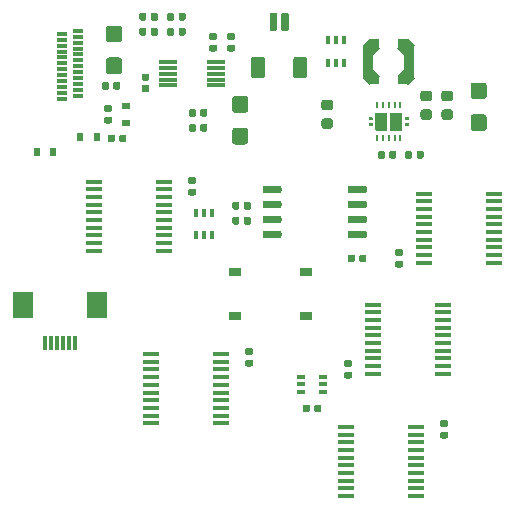
<source format=gbr>
G04 #@! TF.GenerationSoftware,KiCad,Pcbnew,5.1.5-52549c5~84~ubuntu18.04.1*
G04 #@! TF.CreationDate,2020-02-24T22:50:41+01:00*
G04 #@! TF.ProjectId,chase,63686173-652e-46b6-9963-61645f706362,rev?*
G04 #@! TF.SameCoordinates,Original*
G04 #@! TF.FileFunction,Paste,Bot*
G04 #@! TF.FilePolarity,Positive*
%FSLAX46Y46*%
G04 Gerber Fmt 4.6, Leading zero omitted, Abs format (unit mm)*
G04 Created by KiCad (PCBNEW 5.1.5-52549c5~84~ubuntu18.04.1) date 2020-02-24 22:50:41*
%MOMM*%
%LPD*%
G04 APERTURE LIST*
%ADD10R,0.300000X1.300000*%
%ADD11R,1.800000X2.200000*%
%ADD12R,0.400000X0.650000*%
%ADD13C,0.100000*%
%ADD14R,0.600000X0.700000*%
%ADD15R,0.650000X0.400000*%
%ADD16R,1.000000X0.750000*%
%ADD17R,1.475000X0.450000*%
%ADD18R,0.950000X0.300000*%
%ADD19R,0.240000X0.600000*%
%ADD20R,0.870000X2.790000*%
%ADD21R,0.890000X0.775000*%
%ADD22R,0.700000X0.600000*%
%ADD23R,1.498600X0.330200*%
G04 APERTURE END LIST*
D10*
X107207000Y-129397000D03*
X106707000Y-129397000D03*
X106207000Y-129397000D03*
X105707000Y-129397000D03*
X105207000Y-129397000D03*
X104707000Y-129397000D03*
D11*
X102807000Y-126147000D03*
X109107000Y-126147000D03*
D12*
X118799000Y-118342000D03*
X117499000Y-118342000D03*
X118149000Y-120242000D03*
X118149000Y-118342000D03*
X117499000Y-120242000D03*
X118799000Y-120242000D03*
D13*
G36*
X128840691Y-110372053D02*
G01*
X128861926Y-110375203D01*
X128882750Y-110380419D01*
X128902962Y-110387651D01*
X128922368Y-110396830D01*
X128940781Y-110407866D01*
X128958024Y-110420654D01*
X128973930Y-110435070D01*
X128988346Y-110450976D01*
X129001134Y-110468219D01*
X129012170Y-110486632D01*
X129021349Y-110506038D01*
X129028581Y-110526250D01*
X129033797Y-110547074D01*
X129036947Y-110568309D01*
X129038000Y-110589750D01*
X129038000Y-111027250D01*
X129036947Y-111048691D01*
X129033797Y-111069926D01*
X129028581Y-111090750D01*
X129021349Y-111110962D01*
X129012170Y-111130368D01*
X129001134Y-111148781D01*
X128988346Y-111166024D01*
X128973930Y-111181930D01*
X128958024Y-111196346D01*
X128940781Y-111209134D01*
X128922368Y-111220170D01*
X128902962Y-111229349D01*
X128882750Y-111236581D01*
X128861926Y-111241797D01*
X128840691Y-111244947D01*
X128819250Y-111246000D01*
X128306750Y-111246000D01*
X128285309Y-111244947D01*
X128264074Y-111241797D01*
X128243250Y-111236581D01*
X128223038Y-111229349D01*
X128203632Y-111220170D01*
X128185219Y-111209134D01*
X128167976Y-111196346D01*
X128152070Y-111181930D01*
X128137654Y-111166024D01*
X128124866Y-111148781D01*
X128113830Y-111130368D01*
X128104651Y-111110962D01*
X128097419Y-111090750D01*
X128092203Y-111069926D01*
X128089053Y-111048691D01*
X128088000Y-111027250D01*
X128088000Y-110589750D01*
X128089053Y-110568309D01*
X128092203Y-110547074D01*
X128097419Y-110526250D01*
X128104651Y-110506038D01*
X128113830Y-110486632D01*
X128124866Y-110468219D01*
X128137654Y-110450976D01*
X128152070Y-110435070D01*
X128167976Y-110420654D01*
X128185219Y-110407866D01*
X128203632Y-110396830D01*
X128223038Y-110387651D01*
X128243250Y-110380419D01*
X128264074Y-110375203D01*
X128285309Y-110372053D01*
X128306750Y-110371000D01*
X128819250Y-110371000D01*
X128840691Y-110372053D01*
G37*
G36*
X128840691Y-108797053D02*
G01*
X128861926Y-108800203D01*
X128882750Y-108805419D01*
X128902962Y-108812651D01*
X128922368Y-108821830D01*
X128940781Y-108832866D01*
X128958024Y-108845654D01*
X128973930Y-108860070D01*
X128988346Y-108875976D01*
X129001134Y-108893219D01*
X129012170Y-108911632D01*
X129021349Y-108931038D01*
X129028581Y-108951250D01*
X129033797Y-108972074D01*
X129036947Y-108993309D01*
X129038000Y-109014750D01*
X129038000Y-109452250D01*
X129036947Y-109473691D01*
X129033797Y-109494926D01*
X129028581Y-109515750D01*
X129021349Y-109535962D01*
X129012170Y-109555368D01*
X129001134Y-109573781D01*
X128988346Y-109591024D01*
X128973930Y-109606930D01*
X128958024Y-109621346D01*
X128940781Y-109634134D01*
X128922368Y-109645170D01*
X128902962Y-109654349D01*
X128882750Y-109661581D01*
X128861926Y-109666797D01*
X128840691Y-109669947D01*
X128819250Y-109671000D01*
X128306750Y-109671000D01*
X128285309Y-109669947D01*
X128264074Y-109666797D01*
X128243250Y-109661581D01*
X128223038Y-109654349D01*
X128203632Y-109645170D01*
X128185219Y-109634134D01*
X128167976Y-109621346D01*
X128152070Y-109606930D01*
X128137654Y-109591024D01*
X128124866Y-109573781D01*
X128113830Y-109555368D01*
X128104651Y-109535962D01*
X128097419Y-109515750D01*
X128092203Y-109494926D01*
X128089053Y-109473691D01*
X128088000Y-109452250D01*
X128088000Y-109014750D01*
X128089053Y-108993309D01*
X128092203Y-108972074D01*
X128097419Y-108951250D01*
X128104651Y-108931038D01*
X128113830Y-108911632D01*
X128124866Y-108893219D01*
X128137654Y-108875976D01*
X128152070Y-108860070D01*
X128167976Y-108845654D01*
X128185219Y-108832866D01*
X128203632Y-108821830D01*
X128223038Y-108812651D01*
X128243250Y-108805419D01*
X128264074Y-108800203D01*
X128285309Y-108797053D01*
X128306750Y-108796000D01*
X128819250Y-108796000D01*
X128840691Y-108797053D01*
G37*
D12*
X129975000Y-103737000D03*
X128675000Y-103737000D03*
X129325000Y-105637000D03*
X129325000Y-103737000D03*
X128675000Y-105637000D03*
X129975000Y-105637000D03*
D13*
G36*
X139000691Y-109610053D02*
G01*
X139021926Y-109613203D01*
X139042750Y-109618419D01*
X139062962Y-109625651D01*
X139082368Y-109634830D01*
X139100781Y-109645866D01*
X139118024Y-109658654D01*
X139133930Y-109673070D01*
X139148346Y-109688976D01*
X139161134Y-109706219D01*
X139172170Y-109724632D01*
X139181349Y-109744038D01*
X139188581Y-109764250D01*
X139193797Y-109785074D01*
X139196947Y-109806309D01*
X139198000Y-109827750D01*
X139198000Y-110265250D01*
X139196947Y-110286691D01*
X139193797Y-110307926D01*
X139188581Y-110328750D01*
X139181349Y-110348962D01*
X139172170Y-110368368D01*
X139161134Y-110386781D01*
X139148346Y-110404024D01*
X139133930Y-110419930D01*
X139118024Y-110434346D01*
X139100781Y-110447134D01*
X139082368Y-110458170D01*
X139062962Y-110467349D01*
X139042750Y-110474581D01*
X139021926Y-110479797D01*
X139000691Y-110482947D01*
X138979250Y-110484000D01*
X138466750Y-110484000D01*
X138445309Y-110482947D01*
X138424074Y-110479797D01*
X138403250Y-110474581D01*
X138383038Y-110467349D01*
X138363632Y-110458170D01*
X138345219Y-110447134D01*
X138327976Y-110434346D01*
X138312070Y-110419930D01*
X138297654Y-110404024D01*
X138284866Y-110386781D01*
X138273830Y-110368368D01*
X138264651Y-110348962D01*
X138257419Y-110328750D01*
X138252203Y-110307926D01*
X138249053Y-110286691D01*
X138248000Y-110265250D01*
X138248000Y-109827750D01*
X138249053Y-109806309D01*
X138252203Y-109785074D01*
X138257419Y-109764250D01*
X138264651Y-109744038D01*
X138273830Y-109724632D01*
X138284866Y-109706219D01*
X138297654Y-109688976D01*
X138312070Y-109673070D01*
X138327976Y-109658654D01*
X138345219Y-109645866D01*
X138363632Y-109634830D01*
X138383038Y-109625651D01*
X138403250Y-109618419D01*
X138424074Y-109613203D01*
X138445309Y-109610053D01*
X138466750Y-109609000D01*
X138979250Y-109609000D01*
X139000691Y-109610053D01*
G37*
G36*
X139000691Y-108035053D02*
G01*
X139021926Y-108038203D01*
X139042750Y-108043419D01*
X139062962Y-108050651D01*
X139082368Y-108059830D01*
X139100781Y-108070866D01*
X139118024Y-108083654D01*
X139133930Y-108098070D01*
X139148346Y-108113976D01*
X139161134Y-108131219D01*
X139172170Y-108149632D01*
X139181349Y-108169038D01*
X139188581Y-108189250D01*
X139193797Y-108210074D01*
X139196947Y-108231309D01*
X139198000Y-108252750D01*
X139198000Y-108690250D01*
X139196947Y-108711691D01*
X139193797Y-108732926D01*
X139188581Y-108753750D01*
X139181349Y-108773962D01*
X139172170Y-108793368D01*
X139161134Y-108811781D01*
X139148346Y-108829024D01*
X139133930Y-108844930D01*
X139118024Y-108859346D01*
X139100781Y-108872134D01*
X139082368Y-108883170D01*
X139062962Y-108892349D01*
X139042750Y-108899581D01*
X139021926Y-108904797D01*
X139000691Y-108907947D01*
X138979250Y-108909000D01*
X138466750Y-108909000D01*
X138445309Y-108907947D01*
X138424074Y-108904797D01*
X138403250Y-108899581D01*
X138383038Y-108892349D01*
X138363632Y-108883170D01*
X138345219Y-108872134D01*
X138327976Y-108859346D01*
X138312070Y-108844930D01*
X138297654Y-108829024D01*
X138284866Y-108811781D01*
X138273830Y-108793368D01*
X138264651Y-108773962D01*
X138257419Y-108753750D01*
X138252203Y-108732926D01*
X138249053Y-108711691D01*
X138248000Y-108690250D01*
X138248000Y-108252750D01*
X138249053Y-108231309D01*
X138252203Y-108210074D01*
X138257419Y-108189250D01*
X138264651Y-108169038D01*
X138273830Y-108149632D01*
X138284866Y-108131219D01*
X138297654Y-108113976D01*
X138312070Y-108098070D01*
X138327976Y-108083654D01*
X138345219Y-108070866D01*
X138363632Y-108059830D01*
X138383038Y-108050651D01*
X138403250Y-108043419D01*
X138424074Y-108038203D01*
X138445309Y-108035053D01*
X138466750Y-108034000D01*
X138979250Y-108034000D01*
X139000691Y-108035053D01*
G37*
G36*
X137222691Y-109610053D02*
G01*
X137243926Y-109613203D01*
X137264750Y-109618419D01*
X137284962Y-109625651D01*
X137304368Y-109634830D01*
X137322781Y-109645866D01*
X137340024Y-109658654D01*
X137355930Y-109673070D01*
X137370346Y-109688976D01*
X137383134Y-109706219D01*
X137394170Y-109724632D01*
X137403349Y-109744038D01*
X137410581Y-109764250D01*
X137415797Y-109785074D01*
X137418947Y-109806309D01*
X137420000Y-109827750D01*
X137420000Y-110265250D01*
X137418947Y-110286691D01*
X137415797Y-110307926D01*
X137410581Y-110328750D01*
X137403349Y-110348962D01*
X137394170Y-110368368D01*
X137383134Y-110386781D01*
X137370346Y-110404024D01*
X137355930Y-110419930D01*
X137340024Y-110434346D01*
X137322781Y-110447134D01*
X137304368Y-110458170D01*
X137284962Y-110467349D01*
X137264750Y-110474581D01*
X137243926Y-110479797D01*
X137222691Y-110482947D01*
X137201250Y-110484000D01*
X136688750Y-110484000D01*
X136667309Y-110482947D01*
X136646074Y-110479797D01*
X136625250Y-110474581D01*
X136605038Y-110467349D01*
X136585632Y-110458170D01*
X136567219Y-110447134D01*
X136549976Y-110434346D01*
X136534070Y-110419930D01*
X136519654Y-110404024D01*
X136506866Y-110386781D01*
X136495830Y-110368368D01*
X136486651Y-110348962D01*
X136479419Y-110328750D01*
X136474203Y-110307926D01*
X136471053Y-110286691D01*
X136470000Y-110265250D01*
X136470000Y-109827750D01*
X136471053Y-109806309D01*
X136474203Y-109785074D01*
X136479419Y-109764250D01*
X136486651Y-109744038D01*
X136495830Y-109724632D01*
X136506866Y-109706219D01*
X136519654Y-109688976D01*
X136534070Y-109673070D01*
X136549976Y-109658654D01*
X136567219Y-109645866D01*
X136585632Y-109634830D01*
X136605038Y-109625651D01*
X136625250Y-109618419D01*
X136646074Y-109613203D01*
X136667309Y-109610053D01*
X136688750Y-109609000D01*
X137201250Y-109609000D01*
X137222691Y-109610053D01*
G37*
G36*
X137222691Y-108035053D02*
G01*
X137243926Y-108038203D01*
X137264750Y-108043419D01*
X137284962Y-108050651D01*
X137304368Y-108059830D01*
X137322781Y-108070866D01*
X137340024Y-108083654D01*
X137355930Y-108098070D01*
X137370346Y-108113976D01*
X137383134Y-108131219D01*
X137394170Y-108149632D01*
X137403349Y-108169038D01*
X137410581Y-108189250D01*
X137415797Y-108210074D01*
X137418947Y-108231309D01*
X137420000Y-108252750D01*
X137420000Y-108690250D01*
X137418947Y-108711691D01*
X137415797Y-108732926D01*
X137410581Y-108753750D01*
X137403349Y-108773962D01*
X137394170Y-108793368D01*
X137383134Y-108811781D01*
X137370346Y-108829024D01*
X137355930Y-108844930D01*
X137340024Y-108859346D01*
X137322781Y-108872134D01*
X137304368Y-108883170D01*
X137284962Y-108892349D01*
X137264750Y-108899581D01*
X137243926Y-108904797D01*
X137222691Y-108907947D01*
X137201250Y-108909000D01*
X136688750Y-108909000D01*
X136667309Y-108907947D01*
X136646074Y-108904797D01*
X136625250Y-108899581D01*
X136605038Y-108892349D01*
X136585632Y-108883170D01*
X136567219Y-108872134D01*
X136549976Y-108859346D01*
X136534070Y-108844930D01*
X136519654Y-108829024D01*
X136506866Y-108811781D01*
X136495830Y-108793368D01*
X136486651Y-108773962D01*
X136479419Y-108753750D01*
X136474203Y-108732926D01*
X136471053Y-108711691D01*
X136470000Y-108690250D01*
X136470000Y-108252750D01*
X136471053Y-108231309D01*
X136474203Y-108210074D01*
X136479419Y-108189250D01*
X136486651Y-108169038D01*
X136495830Y-108149632D01*
X136506866Y-108131219D01*
X136519654Y-108113976D01*
X136534070Y-108098070D01*
X136549976Y-108083654D01*
X136567219Y-108070866D01*
X136585632Y-108059830D01*
X136605038Y-108050651D01*
X136625250Y-108043419D01*
X136646074Y-108038203D01*
X136667309Y-108035053D01*
X136688750Y-108034000D01*
X137201250Y-108034000D01*
X137222691Y-108035053D01*
G37*
G36*
X123073505Y-105155204D02*
G01*
X123097773Y-105158804D01*
X123121572Y-105164765D01*
X123144671Y-105173030D01*
X123166850Y-105183520D01*
X123187893Y-105196132D01*
X123207599Y-105210747D01*
X123225777Y-105227223D01*
X123242253Y-105245401D01*
X123256868Y-105265107D01*
X123269480Y-105286150D01*
X123279970Y-105308329D01*
X123288235Y-105331428D01*
X123294196Y-105355227D01*
X123297796Y-105379495D01*
X123299000Y-105403999D01*
X123299000Y-106704001D01*
X123297796Y-106728505D01*
X123294196Y-106752773D01*
X123288235Y-106776572D01*
X123279970Y-106799671D01*
X123269480Y-106821850D01*
X123256868Y-106842893D01*
X123242253Y-106862599D01*
X123225777Y-106880777D01*
X123207599Y-106897253D01*
X123187893Y-106911868D01*
X123166850Y-106924480D01*
X123144671Y-106934970D01*
X123121572Y-106943235D01*
X123097773Y-106949196D01*
X123073505Y-106952796D01*
X123049001Y-106954000D01*
X122348999Y-106954000D01*
X122324495Y-106952796D01*
X122300227Y-106949196D01*
X122276428Y-106943235D01*
X122253329Y-106934970D01*
X122231150Y-106924480D01*
X122210107Y-106911868D01*
X122190401Y-106897253D01*
X122172223Y-106880777D01*
X122155747Y-106862599D01*
X122141132Y-106842893D01*
X122128520Y-106821850D01*
X122118030Y-106799671D01*
X122109765Y-106776572D01*
X122103804Y-106752773D01*
X122100204Y-106728505D01*
X122099000Y-106704001D01*
X122099000Y-105403999D01*
X122100204Y-105379495D01*
X122103804Y-105355227D01*
X122109765Y-105331428D01*
X122118030Y-105308329D01*
X122128520Y-105286150D01*
X122141132Y-105265107D01*
X122155747Y-105245401D01*
X122172223Y-105227223D01*
X122190401Y-105210747D01*
X122210107Y-105196132D01*
X122231150Y-105183520D01*
X122253329Y-105173030D01*
X122276428Y-105164765D01*
X122300227Y-105158804D01*
X122324495Y-105155204D01*
X122348999Y-105154000D01*
X123049001Y-105154000D01*
X123073505Y-105155204D01*
G37*
G36*
X126673505Y-105155204D02*
G01*
X126697773Y-105158804D01*
X126721572Y-105164765D01*
X126744671Y-105173030D01*
X126766850Y-105183520D01*
X126787893Y-105196132D01*
X126807599Y-105210747D01*
X126825777Y-105227223D01*
X126842253Y-105245401D01*
X126856868Y-105265107D01*
X126869480Y-105286150D01*
X126879970Y-105308329D01*
X126888235Y-105331428D01*
X126894196Y-105355227D01*
X126897796Y-105379495D01*
X126899000Y-105403999D01*
X126899000Y-106704001D01*
X126897796Y-106728505D01*
X126894196Y-106752773D01*
X126888235Y-106776572D01*
X126879970Y-106799671D01*
X126869480Y-106821850D01*
X126856868Y-106842893D01*
X126842253Y-106862599D01*
X126825777Y-106880777D01*
X126807599Y-106897253D01*
X126787893Y-106911868D01*
X126766850Y-106924480D01*
X126744671Y-106934970D01*
X126721572Y-106943235D01*
X126697773Y-106949196D01*
X126673505Y-106952796D01*
X126649001Y-106954000D01*
X125948999Y-106954000D01*
X125924495Y-106952796D01*
X125900227Y-106949196D01*
X125876428Y-106943235D01*
X125853329Y-106934970D01*
X125831150Y-106924480D01*
X125810107Y-106911868D01*
X125790401Y-106897253D01*
X125772223Y-106880777D01*
X125755747Y-106862599D01*
X125741132Y-106842893D01*
X125728520Y-106821850D01*
X125718030Y-106799671D01*
X125709765Y-106776572D01*
X125703804Y-106752773D01*
X125700204Y-106728505D01*
X125699000Y-106704001D01*
X125699000Y-105403999D01*
X125700204Y-105379495D01*
X125703804Y-105355227D01*
X125709765Y-105331428D01*
X125718030Y-105308329D01*
X125728520Y-105286150D01*
X125741132Y-105265107D01*
X125755747Y-105245401D01*
X125772223Y-105227223D01*
X125790401Y-105210747D01*
X125810107Y-105196132D01*
X125831150Y-105183520D01*
X125853329Y-105173030D01*
X125876428Y-105164765D01*
X125900227Y-105158804D01*
X125924495Y-105155204D01*
X125948999Y-105154000D01*
X126649001Y-105154000D01*
X126673505Y-105155204D01*
G37*
G36*
X124163703Y-101404722D02*
G01*
X124178264Y-101406882D01*
X124192543Y-101410459D01*
X124206403Y-101415418D01*
X124219710Y-101421712D01*
X124232336Y-101429280D01*
X124244159Y-101438048D01*
X124255066Y-101447934D01*
X124264952Y-101458841D01*
X124273720Y-101470664D01*
X124281288Y-101483290D01*
X124287582Y-101496597D01*
X124292541Y-101510457D01*
X124296118Y-101524736D01*
X124298278Y-101539297D01*
X124299000Y-101554000D01*
X124299000Y-102804000D01*
X124298278Y-102818703D01*
X124296118Y-102833264D01*
X124292541Y-102847543D01*
X124287582Y-102861403D01*
X124281288Y-102874710D01*
X124273720Y-102887336D01*
X124264952Y-102899159D01*
X124255066Y-102910066D01*
X124244159Y-102919952D01*
X124232336Y-102928720D01*
X124219710Y-102936288D01*
X124206403Y-102942582D01*
X124192543Y-102947541D01*
X124178264Y-102951118D01*
X124163703Y-102953278D01*
X124149000Y-102954000D01*
X123849000Y-102954000D01*
X123834297Y-102953278D01*
X123819736Y-102951118D01*
X123805457Y-102947541D01*
X123791597Y-102942582D01*
X123778290Y-102936288D01*
X123765664Y-102928720D01*
X123753841Y-102919952D01*
X123742934Y-102910066D01*
X123733048Y-102899159D01*
X123724280Y-102887336D01*
X123716712Y-102874710D01*
X123710418Y-102861403D01*
X123705459Y-102847543D01*
X123701882Y-102833264D01*
X123699722Y-102818703D01*
X123699000Y-102804000D01*
X123699000Y-101554000D01*
X123699722Y-101539297D01*
X123701882Y-101524736D01*
X123705459Y-101510457D01*
X123710418Y-101496597D01*
X123716712Y-101483290D01*
X123724280Y-101470664D01*
X123733048Y-101458841D01*
X123742934Y-101447934D01*
X123753841Y-101438048D01*
X123765664Y-101429280D01*
X123778290Y-101421712D01*
X123791597Y-101415418D01*
X123805457Y-101410459D01*
X123819736Y-101406882D01*
X123834297Y-101404722D01*
X123849000Y-101404000D01*
X124149000Y-101404000D01*
X124163703Y-101404722D01*
G37*
G36*
X125163703Y-101404722D02*
G01*
X125178264Y-101406882D01*
X125192543Y-101410459D01*
X125206403Y-101415418D01*
X125219710Y-101421712D01*
X125232336Y-101429280D01*
X125244159Y-101438048D01*
X125255066Y-101447934D01*
X125264952Y-101458841D01*
X125273720Y-101470664D01*
X125281288Y-101483290D01*
X125287582Y-101496597D01*
X125292541Y-101510457D01*
X125296118Y-101524736D01*
X125298278Y-101539297D01*
X125299000Y-101554000D01*
X125299000Y-102804000D01*
X125298278Y-102818703D01*
X125296118Y-102833264D01*
X125292541Y-102847543D01*
X125287582Y-102861403D01*
X125281288Y-102874710D01*
X125273720Y-102887336D01*
X125264952Y-102899159D01*
X125255066Y-102910066D01*
X125244159Y-102919952D01*
X125232336Y-102928720D01*
X125219710Y-102936288D01*
X125206403Y-102942582D01*
X125192543Y-102947541D01*
X125178264Y-102951118D01*
X125163703Y-102953278D01*
X125149000Y-102954000D01*
X124849000Y-102954000D01*
X124834297Y-102953278D01*
X124819736Y-102951118D01*
X124805457Y-102947541D01*
X124791597Y-102942582D01*
X124778290Y-102936288D01*
X124765664Y-102928720D01*
X124753841Y-102919952D01*
X124742934Y-102910066D01*
X124733048Y-102899159D01*
X124724280Y-102887336D01*
X124716712Y-102874710D01*
X124710418Y-102861403D01*
X124705459Y-102847543D01*
X124701882Y-102833264D01*
X124699722Y-102818703D01*
X124699000Y-102804000D01*
X124699000Y-101554000D01*
X124699722Y-101539297D01*
X124701882Y-101524736D01*
X124705459Y-101510457D01*
X124710418Y-101496597D01*
X124716712Y-101483290D01*
X124724280Y-101470664D01*
X124733048Y-101458841D01*
X124742934Y-101447934D01*
X124753841Y-101438048D01*
X124765664Y-101429280D01*
X124778290Y-101421712D01*
X124791597Y-101415418D01*
X124805457Y-101410459D01*
X124819736Y-101406882D01*
X124834297Y-101404722D01*
X124849000Y-101404000D01*
X125149000Y-101404000D01*
X125163703Y-101404722D01*
G37*
G36*
X121646505Y-111180204D02*
G01*
X121670773Y-111183804D01*
X121694572Y-111189765D01*
X121717671Y-111198030D01*
X121739850Y-111208520D01*
X121760893Y-111221132D01*
X121780599Y-111235747D01*
X121798777Y-111252223D01*
X121815253Y-111270401D01*
X121829868Y-111290107D01*
X121842480Y-111311150D01*
X121852970Y-111333329D01*
X121861235Y-111356428D01*
X121867196Y-111380227D01*
X121870796Y-111404495D01*
X121872000Y-111428999D01*
X121872000Y-112329001D01*
X121870796Y-112353505D01*
X121867196Y-112377773D01*
X121861235Y-112401572D01*
X121852970Y-112424671D01*
X121842480Y-112446850D01*
X121829868Y-112467893D01*
X121815253Y-112487599D01*
X121798777Y-112505777D01*
X121780599Y-112522253D01*
X121760893Y-112536868D01*
X121739850Y-112549480D01*
X121717671Y-112559970D01*
X121694572Y-112568235D01*
X121670773Y-112574196D01*
X121646505Y-112577796D01*
X121622001Y-112579000D01*
X120771999Y-112579000D01*
X120747495Y-112577796D01*
X120723227Y-112574196D01*
X120699428Y-112568235D01*
X120676329Y-112559970D01*
X120654150Y-112549480D01*
X120633107Y-112536868D01*
X120613401Y-112522253D01*
X120595223Y-112505777D01*
X120578747Y-112487599D01*
X120564132Y-112467893D01*
X120551520Y-112446850D01*
X120541030Y-112424671D01*
X120532765Y-112401572D01*
X120526804Y-112377773D01*
X120523204Y-112353505D01*
X120522000Y-112329001D01*
X120522000Y-111428999D01*
X120523204Y-111404495D01*
X120526804Y-111380227D01*
X120532765Y-111356428D01*
X120541030Y-111333329D01*
X120551520Y-111311150D01*
X120564132Y-111290107D01*
X120578747Y-111270401D01*
X120595223Y-111252223D01*
X120613401Y-111235747D01*
X120633107Y-111221132D01*
X120654150Y-111208520D01*
X120676329Y-111198030D01*
X120699428Y-111189765D01*
X120723227Y-111183804D01*
X120747495Y-111180204D01*
X120771999Y-111179000D01*
X121622001Y-111179000D01*
X121646505Y-111180204D01*
G37*
G36*
X121646505Y-108480204D02*
G01*
X121670773Y-108483804D01*
X121694572Y-108489765D01*
X121717671Y-108498030D01*
X121739850Y-108508520D01*
X121760893Y-108521132D01*
X121780599Y-108535747D01*
X121798777Y-108552223D01*
X121815253Y-108570401D01*
X121829868Y-108590107D01*
X121842480Y-108611150D01*
X121852970Y-108633329D01*
X121861235Y-108656428D01*
X121867196Y-108680227D01*
X121870796Y-108704495D01*
X121872000Y-108728999D01*
X121872000Y-109629001D01*
X121870796Y-109653505D01*
X121867196Y-109677773D01*
X121861235Y-109701572D01*
X121852970Y-109724671D01*
X121842480Y-109746850D01*
X121829868Y-109767893D01*
X121815253Y-109787599D01*
X121798777Y-109805777D01*
X121780599Y-109822253D01*
X121760893Y-109836868D01*
X121739850Y-109849480D01*
X121717671Y-109859970D01*
X121694572Y-109868235D01*
X121670773Y-109874196D01*
X121646505Y-109877796D01*
X121622001Y-109879000D01*
X120771999Y-109879000D01*
X120747495Y-109877796D01*
X120723227Y-109874196D01*
X120699428Y-109868235D01*
X120676329Y-109859970D01*
X120654150Y-109849480D01*
X120633107Y-109836868D01*
X120613401Y-109822253D01*
X120595223Y-109805777D01*
X120578747Y-109787599D01*
X120564132Y-109767893D01*
X120551520Y-109746850D01*
X120541030Y-109724671D01*
X120532765Y-109701572D01*
X120526804Y-109677773D01*
X120523204Y-109653505D01*
X120522000Y-109629001D01*
X120522000Y-108728999D01*
X120523204Y-108704495D01*
X120526804Y-108680227D01*
X120532765Y-108656428D01*
X120541030Y-108633329D01*
X120551520Y-108611150D01*
X120564132Y-108590107D01*
X120578747Y-108570401D01*
X120595223Y-108552223D01*
X120613401Y-108535747D01*
X120633107Y-108521132D01*
X120654150Y-108508520D01*
X120676329Y-108498030D01*
X120699428Y-108489765D01*
X120723227Y-108483804D01*
X120747495Y-108480204D01*
X120771999Y-108479000D01*
X121622001Y-108479000D01*
X121646505Y-108480204D01*
G37*
D14*
X107670000Y-111926000D03*
X109070000Y-111926000D03*
X105387000Y-113196000D03*
X103987000Y-113196000D03*
D13*
G36*
X121000958Y-117448710D02*
G01*
X121015276Y-117450834D01*
X121029317Y-117454351D01*
X121042946Y-117459228D01*
X121056031Y-117465417D01*
X121068447Y-117472858D01*
X121080073Y-117481481D01*
X121090798Y-117491202D01*
X121100519Y-117501927D01*
X121109142Y-117513553D01*
X121116583Y-117525969D01*
X121122772Y-117539054D01*
X121127649Y-117552683D01*
X121131166Y-117566724D01*
X121133290Y-117581042D01*
X121134000Y-117595500D01*
X121134000Y-117940500D01*
X121133290Y-117954958D01*
X121131166Y-117969276D01*
X121127649Y-117983317D01*
X121122772Y-117996946D01*
X121116583Y-118010031D01*
X121109142Y-118022447D01*
X121100519Y-118034073D01*
X121090798Y-118044798D01*
X121080073Y-118054519D01*
X121068447Y-118063142D01*
X121056031Y-118070583D01*
X121042946Y-118076772D01*
X121029317Y-118081649D01*
X121015276Y-118085166D01*
X121000958Y-118087290D01*
X120986500Y-118088000D01*
X120691500Y-118088000D01*
X120677042Y-118087290D01*
X120662724Y-118085166D01*
X120648683Y-118081649D01*
X120635054Y-118076772D01*
X120621969Y-118070583D01*
X120609553Y-118063142D01*
X120597927Y-118054519D01*
X120587202Y-118044798D01*
X120577481Y-118034073D01*
X120568858Y-118022447D01*
X120561417Y-118010031D01*
X120555228Y-117996946D01*
X120550351Y-117983317D01*
X120546834Y-117969276D01*
X120544710Y-117954958D01*
X120544000Y-117940500D01*
X120544000Y-117595500D01*
X120544710Y-117581042D01*
X120546834Y-117566724D01*
X120550351Y-117552683D01*
X120555228Y-117539054D01*
X120561417Y-117525969D01*
X120568858Y-117513553D01*
X120577481Y-117501927D01*
X120587202Y-117491202D01*
X120597927Y-117481481D01*
X120609553Y-117472858D01*
X120621969Y-117465417D01*
X120635054Y-117459228D01*
X120648683Y-117454351D01*
X120662724Y-117450834D01*
X120677042Y-117448710D01*
X120691500Y-117448000D01*
X120986500Y-117448000D01*
X121000958Y-117448710D01*
G37*
G36*
X121970958Y-117448710D02*
G01*
X121985276Y-117450834D01*
X121999317Y-117454351D01*
X122012946Y-117459228D01*
X122026031Y-117465417D01*
X122038447Y-117472858D01*
X122050073Y-117481481D01*
X122060798Y-117491202D01*
X122070519Y-117501927D01*
X122079142Y-117513553D01*
X122086583Y-117525969D01*
X122092772Y-117539054D01*
X122097649Y-117552683D01*
X122101166Y-117566724D01*
X122103290Y-117581042D01*
X122104000Y-117595500D01*
X122104000Y-117940500D01*
X122103290Y-117954958D01*
X122101166Y-117969276D01*
X122097649Y-117983317D01*
X122092772Y-117996946D01*
X122086583Y-118010031D01*
X122079142Y-118022447D01*
X122070519Y-118034073D01*
X122060798Y-118044798D01*
X122050073Y-118054519D01*
X122038447Y-118063142D01*
X122026031Y-118070583D01*
X122012946Y-118076772D01*
X121999317Y-118081649D01*
X121985276Y-118085166D01*
X121970958Y-118087290D01*
X121956500Y-118088000D01*
X121661500Y-118088000D01*
X121647042Y-118087290D01*
X121632724Y-118085166D01*
X121618683Y-118081649D01*
X121605054Y-118076772D01*
X121591969Y-118070583D01*
X121579553Y-118063142D01*
X121567927Y-118054519D01*
X121557202Y-118044798D01*
X121547481Y-118034073D01*
X121538858Y-118022447D01*
X121531417Y-118010031D01*
X121525228Y-117996946D01*
X121520351Y-117983317D01*
X121516834Y-117969276D01*
X121514710Y-117954958D01*
X121514000Y-117940500D01*
X121514000Y-117595500D01*
X121514710Y-117581042D01*
X121516834Y-117566724D01*
X121520351Y-117552683D01*
X121525228Y-117539054D01*
X121531417Y-117525969D01*
X121538858Y-117513553D01*
X121547481Y-117501927D01*
X121557202Y-117491202D01*
X121567927Y-117481481D01*
X121579553Y-117472858D01*
X121591969Y-117465417D01*
X121605054Y-117459228D01*
X121618683Y-117454351D01*
X121632724Y-117450834D01*
X121647042Y-117448710D01*
X121661500Y-117448000D01*
X121956500Y-117448000D01*
X121970958Y-117448710D01*
G37*
G36*
X121000958Y-118718710D02*
G01*
X121015276Y-118720834D01*
X121029317Y-118724351D01*
X121042946Y-118729228D01*
X121056031Y-118735417D01*
X121068447Y-118742858D01*
X121080073Y-118751481D01*
X121090798Y-118761202D01*
X121100519Y-118771927D01*
X121109142Y-118783553D01*
X121116583Y-118795969D01*
X121122772Y-118809054D01*
X121127649Y-118822683D01*
X121131166Y-118836724D01*
X121133290Y-118851042D01*
X121134000Y-118865500D01*
X121134000Y-119210500D01*
X121133290Y-119224958D01*
X121131166Y-119239276D01*
X121127649Y-119253317D01*
X121122772Y-119266946D01*
X121116583Y-119280031D01*
X121109142Y-119292447D01*
X121100519Y-119304073D01*
X121090798Y-119314798D01*
X121080073Y-119324519D01*
X121068447Y-119333142D01*
X121056031Y-119340583D01*
X121042946Y-119346772D01*
X121029317Y-119351649D01*
X121015276Y-119355166D01*
X121000958Y-119357290D01*
X120986500Y-119358000D01*
X120691500Y-119358000D01*
X120677042Y-119357290D01*
X120662724Y-119355166D01*
X120648683Y-119351649D01*
X120635054Y-119346772D01*
X120621969Y-119340583D01*
X120609553Y-119333142D01*
X120597927Y-119324519D01*
X120587202Y-119314798D01*
X120577481Y-119304073D01*
X120568858Y-119292447D01*
X120561417Y-119280031D01*
X120555228Y-119266946D01*
X120550351Y-119253317D01*
X120546834Y-119239276D01*
X120544710Y-119224958D01*
X120544000Y-119210500D01*
X120544000Y-118865500D01*
X120544710Y-118851042D01*
X120546834Y-118836724D01*
X120550351Y-118822683D01*
X120555228Y-118809054D01*
X120561417Y-118795969D01*
X120568858Y-118783553D01*
X120577481Y-118771927D01*
X120587202Y-118761202D01*
X120597927Y-118751481D01*
X120609553Y-118742858D01*
X120621969Y-118735417D01*
X120635054Y-118729228D01*
X120648683Y-118724351D01*
X120662724Y-118720834D01*
X120677042Y-118718710D01*
X120691500Y-118718000D01*
X120986500Y-118718000D01*
X121000958Y-118718710D01*
G37*
G36*
X121970958Y-118718710D02*
G01*
X121985276Y-118720834D01*
X121999317Y-118724351D01*
X122012946Y-118729228D01*
X122026031Y-118735417D01*
X122038447Y-118742858D01*
X122050073Y-118751481D01*
X122060798Y-118761202D01*
X122070519Y-118771927D01*
X122079142Y-118783553D01*
X122086583Y-118795969D01*
X122092772Y-118809054D01*
X122097649Y-118822683D01*
X122101166Y-118836724D01*
X122103290Y-118851042D01*
X122104000Y-118865500D01*
X122104000Y-119210500D01*
X122103290Y-119224958D01*
X122101166Y-119239276D01*
X122097649Y-119253317D01*
X122092772Y-119266946D01*
X122086583Y-119280031D01*
X122079142Y-119292447D01*
X122070519Y-119304073D01*
X122060798Y-119314798D01*
X122050073Y-119324519D01*
X122038447Y-119333142D01*
X122026031Y-119340583D01*
X122012946Y-119346772D01*
X121999317Y-119351649D01*
X121985276Y-119355166D01*
X121970958Y-119357290D01*
X121956500Y-119358000D01*
X121661500Y-119358000D01*
X121647042Y-119357290D01*
X121632724Y-119355166D01*
X121618683Y-119351649D01*
X121605054Y-119346772D01*
X121591969Y-119340583D01*
X121579553Y-119333142D01*
X121567927Y-119324519D01*
X121557202Y-119314798D01*
X121547481Y-119304073D01*
X121538858Y-119292447D01*
X121531417Y-119280031D01*
X121525228Y-119266946D01*
X121520351Y-119253317D01*
X121516834Y-119239276D01*
X121514710Y-119224958D01*
X121514000Y-119210500D01*
X121514000Y-118865500D01*
X121514710Y-118851042D01*
X121516834Y-118836724D01*
X121520351Y-118822683D01*
X121525228Y-118809054D01*
X121531417Y-118795969D01*
X121538858Y-118783553D01*
X121547481Y-118771927D01*
X121557202Y-118761202D01*
X121567927Y-118751481D01*
X121579553Y-118742858D01*
X121591969Y-118735417D01*
X121605054Y-118729228D01*
X121618683Y-118724351D01*
X121632724Y-118720834D01*
X121647042Y-118718710D01*
X121661500Y-118718000D01*
X121956500Y-118718000D01*
X121970958Y-118718710D01*
G37*
G36*
X111429958Y-111733710D02*
G01*
X111444276Y-111735834D01*
X111458317Y-111739351D01*
X111471946Y-111744228D01*
X111485031Y-111750417D01*
X111497447Y-111757858D01*
X111509073Y-111766481D01*
X111519798Y-111776202D01*
X111529519Y-111786927D01*
X111538142Y-111798553D01*
X111545583Y-111810969D01*
X111551772Y-111824054D01*
X111556649Y-111837683D01*
X111560166Y-111851724D01*
X111562290Y-111866042D01*
X111563000Y-111880500D01*
X111563000Y-112225500D01*
X111562290Y-112239958D01*
X111560166Y-112254276D01*
X111556649Y-112268317D01*
X111551772Y-112281946D01*
X111545583Y-112295031D01*
X111538142Y-112307447D01*
X111529519Y-112319073D01*
X111519798Y-112329798D01*
X111509073Y-112339519D01*
X111497447Y-112348142D01*
X111485031Y-112355583D01*
X111471946Y-112361772D01*
X111458317Y-112366649D01*
X111444276Y-112370166D01*
X111429958Y-112372290D01*
X111415500Y-112373000D01*
X111120500Y-112373000D01*
X111106042Y-112372290D01*
X111091724Y-112370166D01*
X111077683Y-112366649D01*
X111064054Y-112361772D01*
X111050969Y-112355583D01*
X111038553Y-112348142D01*
X111026927Y-112339519D01*
X111016202Y-112329798D01*
X111006481Y-112319073D01*
X110997858Y-112307447D01*
X110990417Y-112295031D01*
X110984228Y-112281946D01*
X110979351Y-112268317D01*
X110975834Y-112254276D01*
X110973710Y-112239958D01*
X110973000Y-112225500D01*
X110973000Y-111880500D01*
X110973710Y-111866042D01*
X110975834Y-111851724D01*
X110979351Y-111837683D01*
X110984228Y-111824054D01*
X110990417Y-111810969D01*
X110997858Y-111798553D01*
X111006481Y-111786927D01*
X111016202Y-111776202D01*
X111026927Y-111766481D01*
X111038553Y-111757858D01*
X111050969Y-111750417D01*
X111064054Y-111744228D01*
X111077683Y-111739351D01*
X111091724Y-111735834D01*
X111106042Y-111733710D01*
X111120500Y-111733000D01*
X111415500Y-111733000D01*
X111429958Y-111733710D01*
G37*
G36*
X110459958Y-111733710D02*
G01*
X110474276Y-111735834D01*
X110488317Y-111739351D01*
X110501946Y-111744228D01*
X110515031Y-111750417D01*
X110527447Y-111757858D01*
X110539073Y-111766481D01*
X110549798Y-111776202D01*
X110559519Y-111786927D01*
X110568142Y-111798553D01*
X110575583Y-111810969D01*
X110581772Y-111824054D01*
X110586649Y-111837683D01*
X110590166Y-111851724D01*
X110592290Y-111866042D01*
X110593000Y-111880500D01*
X110593000Y-112225500D01*
X110592290Y-112239958D01*
X110590166Y-112254276D01*
X110586649Y-112268317D01*
X110581772Y-112281946D01*
X110575583Y-112295031D01*
X110568142Y-112307447D01*
X110559519Y-112319073D01*
X110549798Y-112329798D01*
X110539073Y-112339519D01*
X110527447Y-112348142D01*
X110515031Y-112355583D01*
X110501946Y-112361772D01*
X110488317Y-112366649D01*
X110474276Y-112370166D01*
X110459958Y-112372290D01*
X110445500Y-112373000D01*
X110150500Y-112373000D01*
X110136042Y-112372290D01*
X110121724Y-112370166D01*
X110107683Y-112366649D01*
X110094054Y-112361772D01*
X110080969Y-112355583D01*
X110068553Y-112348142D01*
X110056927Y-112339519D01*
X110046202Y-112329798D01*
X110036481Y-112319073D01*
X110027858Y-112307447D01*
X110020417Y-112295031D01*
X110014228Y-112281946D01*
X110009351Y-112268317D01*
X110005834Y-112254276D01*
X110003710Y-112239958D01*
X110003000Y-112225500D01*
X110003000Y-111880500D01*
X110003710Y-111866042D01*
X110005834Y-111851724D01*
X110009351Y-111837683D01*
X110014228Y-111824054D01*
X110020417Y-111810969D01*
X110027858Y-111798553D01*
X110036481Y-111786927D01*
X110046202Y-111776202D01*
X110056927Y-111766481D01*
X110068553Y-111757858D01*
X110080969Y-111750417D01*
X110094054Y-111744228D01*
X110107683Y-111739351D01*
X110121724Y-111735834D01*
X110136042Y-111733710D01*
X110150500Y-111733000D01*
X110445500Y-111733000D01*
X110459958Y-111733710D01*
G37*
G36*
X126969958Y-134593710D02*
G01*
X126984276Y-134595834D01*
X126998317Y-134599351D01*
X127011946Y-134604228D01*
X127025031Y-134610417D01*
X127037447Y-134617858D01*
X127049073Y-134626481D01*
X127059798Y-134636202D01*
X127069519Y-134646927D01*
X127078142Y-134658553D01*
X127085583Y-134670969D01*
X127091772Y-134684054D01*
X127096649Y-134697683D01*
X127100166Y-134711724D01*
X127102290Y-134726042D01*
X127103000Y-134740500D01*
X127103000Y-135085500D01*
X127102290Y-135099958D01*
X127100166Y-135114276D01*
X127096649Y-135128317D01*
X127091772Y-135141946D01*
X127085583Y-135155031D01*
X127078142Y-135167447D01*
X127069519Y-135179073D01*
X127059798Y-135189798D01*
X127049073Y-135199519D01*
X127037447Y-135208142D01*
X127025031Y-135215583D01*
X127011946Y-135221772D01*
X126998317Y-135226649D01*
X126984276Y-135230166D01*
X126969958Y-135232290D01*
X126955500Y-135233000D01*
X126660500Y-135233000D01*
X126646042Y-135232290D01*
X126631724Y-135230166D01*
X126617683Y-135226649D01*
X126604054Y-135221772D01*
X126590969Y-135215583D01*
X126578553Y-135208142D01*
X126566927Y-135199519D01*
X126556202Y-135189798D01*
X126546481Y-135179073D01*
X126537858Y-135167447D01*
X126530417Y-135155031D01*
X126524228Y-135141946D01*
X126519351Y-135128317D01*
X126515834Y-135114276D01*
X126513710Y-135099958D01*
X126513000Y-135085500D01*
X126513000Y-134740500D01*
X126513710Y-134726042D01*
X126515834Y-134711724D01*
X126519351Y-134697683D01*
X126524228Y-134684054D01*
X126530417Y-134670969D01*
X126537858Y-134658553D01*
X126546481Y-134646927D01*
X126556202Y-134636202D01*
X126566927Y-134626481D01*
X126578553Y-134617858D01*
X126590969Y-134610417D01*
X126604054Y-134604228D01*
X126617683Y-134599351D01*
X126631724Y-134595834D01*
X126646042Y-134593710D01*
X126660500Y-134593000D01*
X126955500Y-134593000D01*
X126969958Y-134593710D01*
G37*
G36*
X127939958Y-134593710D02*
G01*
X127954276Y-134595834D01*
X127968317Y-134599351D01*
X127981946Y-134604228D01*
X127995031Y-134610417D01*
X128007447Y-134617858D01*
X128019073Y-134626481D01*
X128029798Y-134636202D01*
X128039519Y-134646927D01*
X128048142Y-134658553D01*
X128055583Y-134670969D01*
X128061772Y-134684054D01*
X128066649Y-134697683D01*
X128070166Y-134711724D01*
X128072290Y-134726042D01*
X128073000Y-134740500D01*
X128073000Y-135085500D01*
X128072290Y-135099958D01*
X128070166Y-135114276D01*
X128066649Y-135128317D01*
X128061772Y-135141946D01*
X128055583Y-135155031D01*
X128048142Y-135167447D01*
X128039519Y-135179073D01*
X128029798Y-135189798D01*
X128019073Y-135199519D01*
X128007447Y-135208142D01*
X127995031Y-135215583D01*
X127981946Y-135221772D01*
X127968317Y-135226649D01*
X127954276Y-135230166D01*
X127939958Y-135232290D01*
X127925500Y-135233000D01*
X127630500Y-135233000D01*
X127616042Y-135232290D01*
X127601724Y-135230166D01*
X127587683Y-135226649D01*
X127574054Y-135221772D01*
X127560969Y-135215583D01*
X127548553Y-135208142D01*
X127536927Y-135199519D01*
X127526202Y-135189798D01*
X127516481Y-135179073D01*
X127507858Y-135167447D01*
X127500417Y-135155031D01*
X127494228Y-135141946D01*
X127489351Y-135128317D01*
X127485834Y-135114276D01*
X127483710Y-135099958D01*
X127483000Y-135085500D01*
X127483000Y-134740500D01*
X127483710Y-134726042D01*
X127485834Y-134711724D01*
X127489351Y-134697683D01*
X127494228Y-134684054D01*
X127500417Y-134670969D01*
X127507858Y-134658553D01*
X127516481Y-134646927D01*
X127526202Y-134636202D01*
X127536927Y-134626481D01*
X127548553Y-134617858D01*
X127560969Y-134610417D01*
X127574054Y-134604228D01*
X127587683Y-134599351D01*
X127601724Y-134595834D01*
X127616042Y-134593710D01*
X127630500Y-134593000D01*
X127925500Y-134593000D01*
X127939958Y-134593710D01*
G37*
D15*
X128243000Y-133531000D03*
X128243000Y-132231000D03*
X126343000Y-132881000D03*
X128243000Y-132881000D03*
X126343000Y-132231000D03*
X126343000Y-133531000D03*
D13*
G36*
X110921958Y-107288710D02*
G01*
X110936276Y-107290834D01*
X110950317Y-107294351D01*
X110963946Y-107299228D01*
X110977031Y-107305417D01*
X110989447Y-107312858D01*
X111001073Y-107321481D01*
X111011798Y-107331202D01*
X111021519Y-107341927D01*
X111030142Y-107353553D01*
X111037583Y-107365969D01*
X111043772Y-107379054D01*
X111048649Y-107392683D01*
X111052166Y-107406724D01*
X111054290Y-107421042D01*
X111055000Y-107435500D01*
X111055000Y-107780500D01*
X111054290Y-107794958D01*
X111052166Y-107809276D01*
X111048649Y-107823317D01*
X111043772Y-107836946D01*
X111037583Y-107850031D01*
X111030142Y-107862447D01*
X111021519Y-107874073D01*
X111011798Y-107884798D01*
X111001073Y-107894519D01*
X110989447Y-107903142D01*
X110977031Y-107910583D01*
X110963946Y-107916772D01*
X110950317Y-107921649D01*
X110936276Y-107925166D01*
X110921958Y-107927290D01*
X110907500Y-107928000D01*
X110612500Y-107928000D01*
X110598042Y-107927290D01*
X110583724Y-107925166D01*
X110569683Y-107921649D01*
X110556054Y-107916772D01*
X110542969Y-107910583D01*
X110530553Y-107903142D01*
X110518927Y-107894519D01*
X110508202Y-107884798D01*
X110498481Y-107874073D01*
X110489858Y-107862447D01*
X110482417Y-107850031D01*
X110476228Y-107836946D01*
X110471351Y-107823317D01*
X110467834Y-107809276D01*
X110465710Y-107794958D01*
X110465000Y-107780500D01*
X110465000Y-107435500D01*
X110465710Y-107421042D01*
X110467834Y-107406724D01*
X110471351Y-107392683D01*
X110476228Y-107379054D01*
X110482417Y-107365969D01*
X110489858Y-107353553D01*
X110498481Y-107341927D01*
X110508202Y-107331202D01*
X110518927Y-107321481D01*
X110530553Y-107312858D01*
X110542969Y-107305417D01*
X110556054Y-107299228D01*
X110569683Y-107294351D01*
X110583724Y-107290834D01*
X110598042Y-107288710D01*
X110612500Y-107288000D01*
X110907500Y-107288000D01*
X110921958Y-107288710D01*
G37*
G36*
X109951958Y-107288710D02*
G01*
X109966276Y-107290834D01*
X109980317Y-107294351D01*
X109993946Y-107299228D01*
X110007031Y-107305417D01*
X110019447Y-107312858D01*
X110031073Y-107321481D01*
X110041798Y-107331202D01*
X110051519Y-107341927D01*
X110060142Y-107353553D01*
X110067583Y-107365969D01*
X110073772Y-107379054D01*
X110078649Y-107392683D01*
X110082166Y-107406724D01*
X110084290Y-107421042D01*
X110085000Y-107435500D01*
X110085000Y-107780500D01*
X110084290Y-107794958D01*
X110082166Y-107809276D01*
X110078649Y-107823317D01*
X110073772Y-107836946D01*
X110067583Y-107850031D01*
X110060142Y-107862447D01*
X110051519Y-107874073D01*
X110041798Y-107884798D01*
X110031073Y-107894519D01*
X110019447Y-107903142D01*
X110007031Y-107910583D01*
X109993946Y-107916772D01*
X109980317Y-107921649D01*
X109966276Y-107925166D01*
X109951958Y-107927290D01*
X109937500Y-107928000D01*
X109642500Y-107928000D01*
X109628042Y-107927290D01*
X109613724Y-107925166D01*
X109599683Y-107921649D01*
X109586054Y-107916772D01*
X109572969Y-107910583D01*
X109560553Y-107903142D01*
X109548927Y-107894519D01*
X109538202Y-107884798D01*
X109528481Y-107874073D01*
X109519858Y-107862447D01*
X109512417Y-107850031D01*
X109506228Y-107836946D01*
X109501351Y-107823317D01*
X109497834Y-107809276D01*
X109495710Y-107794958D01*
X109495000Y-107780500D01*
X109495000Y-107435500D01*
X109495710Y-107421042D01*
X109497834Y-107406724D01*
X109501351Y-107392683D01*
X109506228Y-107379054D01*
X109512417Y-107365969D01*
X109519858Y-107353553D01*
X109528481Y-107341927D01*
X109538202Y-107331202D01*
X109548927Y-107321481D01*
X109560553Y-107312858D01*
X109572969Y-107305417D01*
X109586054Y-107299228D01*
X109599683Y-107294351D01*
X109613724Y-107290834D01*
X109628042Y-107288710D01*
X109642500Y-107288000D01*
X109937500Y-107288000D01*
X109951958Y-107288710D01*
G37*
G36*
X124567703Y-119881722D02*
G01*
X124582264Y-119883882D01*
X124596543Y-119887459D01*
X124610403Y-119892418D01*
X124623710Y-119898712D01*
X124636336Y-119906280D01*
X124648159Y-119915048D01*
X124659066Y-119924934D01*
X124668952Y-119935841D01*
X124677720Y-119947664D01*
X124685288Y-119960290D01*
X124691582Y-119973597D01*
X124696541Y-119987457D01*
X124700118Y-120001736D01*
X124702278Y-120016297D01*
X124703000Y-120031000D01*
X124703000Y-120331000D01*
X124702278Y-120345703D01*
X124700118Y-120360264D01*
X124696541Y-120374543D01*
X124691582Y-120388403D01*
X124685288Y-120401710D01*
X124677720Y-120414336D01*
X124668952Y-120426159D01*
X124659066Y-120437066D01*
X124648159Y-120446952D01*
X124636336Y-120455720D01*
X124623710Y-120463288D01*
X124610403Y-120469582D01*
X124596543Y-120474541D01*
X124582264Y-120478118D01*
X124567703Y-120480278D01*
X124553000Y-120481000D01*
X123253000Y-120481000D01*
X123238297Y-120480278D01*
X123223736Y-120478118D01*
X123209457Y-120474541D01*
X123195597Y-120469582D01*
X123182290Y-120463288D01*
X123169664Y-120455720D01*
X123157841Y-120446952D01*
X123146934Y-120437066D01*
X123137048Y-120426159D01*
X123128280Y-120414336D01*
X123120712Y-120401710D01*
X123114418Y-120388403D01*
X123109459Y-120374543D01*
X123105882Y-120360264D01*
X123103722Y-120345703D01*
X123103000Y-120331000D01*
X123103000Y-120031000D01*
X123103722Y-120016297D01*
X123105882Y-120001736D01*
X123109459Y-119987457D01*
X123114418Y-119973597D01*
X123120712Y-119960290D01*
X123128280Y-119947664D01*
X123137048Y-119935841D01*
X123146934Y-119924934D01*
X123157841Y-119915048D01*
X123169664Y-119906280D01*
X123182290Y-119898712D01*
X123195597Y-119892418D01*
X123209457Y-119887459D01*
X123223736Y-119883882D01*
X123238297Y-119881722D01*
X123253000Y-119881000D01*
X124553000Y-119881000D01*
X124567703Y-119881722D01*
G37*
G36*
X124567703Y-118611722D02*
G01*
X124582264Y-118613882D01*
X124596543Y-118617459D01*
X124610403Y-118622418D01*
X124623710Y-118628712D01*
X124636336Y-118636280D01*
X124648159Y-118645048D01*
X124659066Y-118654934D01*
X124668952Y-118665841D01*
X124677720Y-118677664D01*
X124685288Y-118690290D01*
X124691582Y-118703597D01*
X124696541Y-118717457D01*
X124700118Y-118731736D01*
X124702278Y-118746297D01*
X124703000Y-118761000D01*
X124703000Y-119061000D01*
X124702278Y-119075703D01*
X124700118Y-119090264D01*
X124696541Y-119104543D01*
X124691582Y-119118403D01*
X124685288Y-119131710D01*
X124677720Y-119144336D01*
X124668952Y-119156159D01*
X124659066Y-119167066D01*
X124648159Y-119176952D01*
X124636336Y-119185720D01*
X124623710Y-119193288D01*
X124610403Y-119199582D01*
X124596543Y-119204541D01*
X124582264Y-119208118D01*
X124567703Y-119210278D01*
X124553000Y-119211000D01*
X123253000Y-119211000D01*
X123238297Y-119210278D01*
X123223736Y-119208118D01*
X123209457Y-119204541D01*
X123195597Y-119199582D01*
X123182290Y-119193288D01*
X123169664Y-119185720D01*
X123157841Y-119176952D01*
X123146934Y-119167066D01*
X123137048Y-119156159D01*
X123128280Y-119144336D01*
X123120712Y-119131710D01*
X123114418Y-119118403D01*
X123109459Y-119104543D01*
X123105882Y-119090264D01*
X123103722Y-119075703D01*
X123103000Y-119061000D01*
X123103000Y-118761000D01*
X123103722Y-118746297D01*
X123105882Y-118731736D01*
X123109459Y-118717457D01*
X123114418Y-118703597D01*
X123120712Y-118690290D01*
X123128280Y-118677664D01*
X123137048Y-118665841D01*
X123146934Y-118654934D01*
X123157841Y-118645048D01*
X123169664Y-118636280D01*
X123182290Y-118628712D01*
X123195597Y-118622418D01*
X123209457Y-118617459D01*
X123223736Y-118613882D01*
X123238297Y-118611722D01*
X123253000Y-118611000D01*
X124553000Y-118611000D01*
X124567703Y-118611722D01*
G37*
G36*
X124567703Y-117341722D02*
G01*
X124582264Y-117343882D01*
X124596543Y-117347459D01*
X124610403Y-117352418D01*
X124623710Y-117358712D01*
X124636336Y-117366280D01*
X124648159Y-117375048D01*
X124659066Y-117384934D01*
X124668952Y-117395841D01*
X124677720Y-117407664D01*
X124685288Y-117420290D01*
X124691582Y-117433597D01*
X124696541Y-117447457D01*
X124700118Y-117461736D01*
X124702278Y-117476297D01*
X124703000Y-117491000D01*
X124703000Y-117791000D01*
X124702278Y-117805703D01*
X124700118Y-117820264D01*
X124696541Y-117834543D01*
X124691582Y-117848403D01*
X124685288Y-117861710D01*
X124677720Y-117874336D01*
X124668952Y-117886159D01*
X124659066Y-117897066D01*
X124648159Y-117906952D01*
X124636336Y-117915720D01*
X124623710Y-117923288D01*
X124610403Y-117929582D01*
X124596543Y-117934541D01*
X124582264Y-117938118D01*
X124567703Y-117940278D01*
X124553000Y-117941000D01*
X123253000Y-117941000D01*
X123238297Y-117940278D01*
X123223736Y-117938118D01*
X123209457Y-117934541D01*
X123195597Y-117929582D01*
X123182290Y-117923288D01*
X123169664Y-117915720D01*
X123157841Y-117906952D01*
X123146934Y-117897066D01*
X123137048Y-117886159D01*
X123128280Y-117874336D01*
X123120712Y-117861710D01*
X123114418Y-117848403D01*
X123109459Y-117834543D01*
X123105882Y-117820264D01*
X123103722Y-117805703D01*
X123103000Y-117791000D01*
X123103000Y-117491000D01*
X123103722Y-117476297D01*
X123105882Y-117461736D01*
X123109459Y-117447457D01*
X123114418Y-117433597D01*
X123120712Y-117420290D01*
X123128280Y-117407664D01*
X123137048Y-117395841D01*
X123146934Y-117384934D01*
X123157841Y-117375048D01*
X123169664Y-117366280D01*
X123182290Y-117358712D01*
X123195597Y-117352418D01*
X123209457Y-117347459D01*
X123223736Y-117343882D01*
X123238297Y-117341722D01*
X123253000Y-117341000D01*
X124553000Y-117341000D01*
X124567703Y-117341722D01*
G37*
G36*
X124567703Y-116071722D02*
G01*
X124582264Y-116073882D01*
X124596543Y-116077459D01*
X124610403Y-116082418D01*
X124623710Y-116088712D01*
X124636336Y-116096280D01*
X124648159Y-116105048D01*
X124659066Y-116114934D01*
X124668952Y-116125841D01*
X124677720Y-116137664D01*
X124685288Y-116150290D01*
X124691582Y-116163597D01*
X124696541Y-116177457D01*
X124700118Y-116191736D01*
X124702278Y-116206297D01*
X124703000Y-116221000D01*
X124703000Y-116521000D01*
X124702278Y-116535703D01*
X124700118Y-116550264D01*
X124696541Y-116564543D01*
X124691582Y-116578403D01*
X124685288Y-116591710D01*
X124677720Y-116604336D01*
X124668952Y-116616159D01*
X124659066Y-116627066D01*
X124648159Y-116636952D01*
X124636336Y-116645720D01*
X124623710Y-116653288D01*
X124610403Y-116659582D01*
X124596543Y-116664541D01*
X124582264Y-116668118D01*
X124567703Y-116670278D01*
X124553000Y-116671000D01*
X123253000Y-116671000D01*
X123238297Y-116670278D01*
X123223736Y-116668118D01*
X123209457Y-116664541D01*
X123195597Y-116659582D01*
X123182290Y-116653288D01*
X123169664Y-116645720D01*
X123157841Y-116636952D01*
X123146934Y-116627066D01*
X123137048Y-116616159D01*
X123128280Y-116604336D01*
X123120712Y-116591710D01*
X123114418Y-116578403D01*
X123109459Y-116564543D01*
X123105882Y-116550264D01*
X123103722Y-116535703D01*
X123103000Y-116521000D01*
X123103000Y-116221000D01*
X123103722Y-116206297D01*
X123105882Y-116191736D01*
X123109459Y-116177457D01*
X123114418Y-116163597D01*
X123120712Y-116150290D01*
X123128280Y-116137664D01*
X123137048Y-116125841D01*
X123146934Y-116114934D01*
X123157841Y-116105048D01*
X123169664Y-116096280D01*
X123182290Y-116088712D01*
X123195597Y-116082418D01*
X123209457Y-116077459D01*
X123223736Y-116073882D01*
X123238297Y-116071722D01*
X123253000Y-116071000D01*
X124553000Y-116071000D01*
X124567703Y-116071722D01*
G37*
G36*
X131767703Y-116071722D02*
G01*
X131782264Y-116073882D01*
X131796543Y-116077459D01*
X131810403Y-116082418D01*
X131823710Y-116088712D01*
X131836336Y-116096280D01*
X131848159Y-116105048D01*
X131859066Y-116114934D01*
X131868952Y-116125841D01*
X131877720Y-116137664D01*
X131885288Y-116150290D01*
X131891582Y-116163597D01*
X131896541Y-116177457D01*
X131900118Y-116191736D01*
X131902278Y-116206297D01*
X131903000Y-116221000D01*
X131903000Y-116521000D01*
X131902278Y-116535703D01*
X131900118Y-116550264D01*
X131896541Y-116564543D01*
X131891582Y-116578403D01*
X131885288Y-116591710D01*
X131877720Y-116604336D01*
X131868952Y-116616159D01*
X131859066Y-116627066D01*
X131848159Y-116636952D01*
X131836336Y-116645720D01*
X131823710Y-116653288D01*
X131810403Y-116659582D01*
X131796543Y-116664541D01*
X131782264Y-116668118D01*
X131767703Y-116670278D01*
X131753000Y-116671000D01*
X130453000Y-116671000D01*
X130438297Y-116670278D01*
X130423736Y-116668118D01*
X130409457Y-116664541D01*
X130395597Y-116659582D01*
X130382290Y-116653288D01*
X130369664Y-116645720D01*
X130357841Y-116636952D01*
X130346934Y-116627066D01*
X130337048Y-116616159D01*
X130328280Y-116604336D01*
X130320712Y-116591710D01*
X130314418Y-116578403D01*
X130309459Y-116564543D01*
X130305882Y-116550264D01*
X130303722Y-116535703D01*
X130303000Y-116521000D01*
X130303000Y-116221000D01*
X130303722Y-116206297D01*
X130305882Y-116191736D01*
X130309459Y-116177457D01*
X130314418Y-116163597D01*
X130320712Y-116150290D01*
X130328280Y-116137664D01*
X130337048Y-116125841D01*
X130346934Y-116114934D01*
X130357841Y-116105048D01*
X130369664Y-116096280D01*
X130382290Y-116088712D01*
X130395597Y-116082418D01*
X130409457Y-116077459D01*
X130423736Y-116073882D01*
X130438297Y-116071722D01*
X130453000Y-116071000D01*
X131753000Y-116071000D01*
X131767703Y-116071722D01*
G37*
G36*
X131767703Y-117341722D02*
G01*
X131782264Y-117343882D01*
X131796543Y-117347459D01*
X131810403Y-117352418D01*
X131823710Y-117358712D01*
X131836336Y-117366280D01*
X131848159Y-117375048D01*
X131859066Y-117384934D01*
X131868952Y-117395841D01*
X131877720Y-117407664D01*
X131885288Y-117420290D01*
X131891582Y-117433597D01*
X131896541Y-117447457D01*
X131900118Y-117461736D01*
X131902278Y-117476297D01*
X131903000Y-117491000D01*
X131903000Y-117791000D01*
X131902278Y-117805703D01*
X131900118Y-117820264D01*
X131896541Y-117834543D01*
X131891582Y-117848403D01*
X131885288Y-117861710D01*
X131877720Y-117874336D01*
X131868952Y-117886159D01*
X131859066Y-117897066D01*
X131848159Y-117906952D01*
X131836336Y-117915720D01*
X131823710Y-117923288D01*
X131810403Y-117929582D01*
X131796543Y-117934541D01*
X131782264Y-117938118D01*
X131767703Y-117940278D01*
X131753000Y-117941000D01*
X130453000Y-117941000D01*
X130438297Y-117940278D01*
X130423736Y-117938118D01*
X130409457Y-117934541D01*
X130395597Y-117929582D01*
X130382290Y-117923288D01*
X130369664Y-117915720D01*
X130357841Y-117906952D01*
X130346934Y-117897066D01*
X130337048Y-117886159D01*
X130328280Y-117874336D01*
X130320712Y-117861710D01*
X130314418Y-117848403D01*
X130309459Y-117834543D01*
X130305882Y-117820264D01*
X130303722Y-117805703D01*
X130303000Y-117791000D01*
X130303000Y-117491000D01*
X130303722Y-117476297D01*
X130305882Y-117461736D01*
X130309459Y-117447457D01*
X130314418Y-117433597D01*
X130320712Y-117420290D01*
X130328280Y-117407664D01*
X130337048Y-117395841D01*
X130346934Y-117384934D01*
X130357841Y-117375048D01*
X130369664Y-117366280D01*
X130382290Y-117358712D01*
X130395597Y-117352418D01*
X130409457Y-117347459D01*
X130423736Y-117343882D01*
X130438297Y-117341722D01*
X130453000Y-117341000D01*
X131753000Y-117341000D01*
X131767703Y-117341722D01*
G37*
G36*
X131767703Y-118611722D02*
G01*
X131782264Y-118613882D01*
X131796543Y-118617459D01*
X131810403Y-118622418D01*
X131823710Y-118628712D01*
X131836336Y-118636280D01*
X131848159Y-118645048D01*
X131859066Y-118654934D01*
X131868952Y-118665841D01*
X131877720Y-118677664D01*
X131885288Y-118690290D01*
X131891582Y-118703597D01*
X131896541Y-118717457D01*
X131900118Y-118731736D01*
X131902278Y-118746297D01*
X131903000Y-118761000D01*
X131903000Y-119061000D01*
X131902278Y-119075703D01*
X131900118Y-119090264D01*
X131896541Y-119104543D01*
X131891582Y-119118403D01*
X131885288Y-119131710D01*
X131877720Y-119144336D01*
X131868952Y-119156159D01*
X131859066Y-119167066D01*
X131848159Y-119176952D01*
X131836336Y-119185720D01*
X131823710Y-119193288D01*
X131810403Y-119199582D01*
X131796543Y-119204541D01*
X131782264Y-119208118D01*
X131767703Y-119210278D01*
X131753000Y-119211000D01*
X130453000Y-119211000D01*
X130438297Y-119210278D01*
X130423736Y-119208118D01*
X130409457Y-119204541D01*
X130395597Y-119199582D01*
X130382290Y-119193288D01*
X130369664Y-119185720D01*
X130357841Y-119176952D01*
X130346934Y-119167066D01*
X130337048Y-119156159D01*
X130328280Y-119144336D01*
X130320712Y-119131710D01*
X130314418Y-119118403D01*
X130309459Y-119104543D01*
X130305882Y-119090264D01*
X130303722Y-119075703D01*
X130303000Y-119061000D01*
X130303000Y-118761000D01*
X130303722Y-118746297D01*
X130305882Y-118731736D01*
X130309459Y-118717457D01*
X130314418Y-118703597D01*
X130320712Y-118690290D01*
X130328280Y-118677664D01*
X130337048Y-118665841D01*
X130346934Y-118654934D01*
X130357841Y-118645048D01*
X130369664Y-118636280D01*
X130382290Y-118628712D01*
X130395597Y-118622418D01*
X130409457Y-118617459D01*
X130423736Y-118613882D01*
X130438297Y-118611722D01*
X130453000Y-118611000D01*
X131753000Y-118611000D01*
X131767703Y-118611722D01*
G37*
G36*
X131767703Y-119881722D02*
G01*
X131782264Y-119883882D01*
X131796543Y-119887459D01*
X131810403Y-119892418D01*
X131823710Y-119898712D01*
X131836336Y-119906280D01*
X131848159Y-119915048D01*
X131859066Y-119924934D01*
X131868952Y-119935841D01*
X131877720Y-119947664D01*
X131885288Y-119960290D01*
X131891582Y-119973597D01*
X131896541Y-119987457D01*
X131900118Y-120001736D01*
X131902278Y-120016297D01*
X131903000Y-120031000D01*
X131903000Y-120331000D01*
X131902278Y-120345703D01*
X131900118Y-120360264D01*
X131896541Y-120374543D01*
X131891582Y-120388403D01*
X131885288Y-120401710D01*
X131877720Y-120414336D01*
X131868952Y-120426159D01*
X131859066Y-120437066D01*
X131848159Y-120446952D01*
X131836336Y-120455720D01*
X131823710Y-120463288D01*
X131810403Y-120469582D01*
X131796543Y-120474541D01*
X131782264Y-120478118D01*
X131767703Y-120480278D01*
X131753000Y-120481000D01*
X130453000Y-120481000D01*
X130438297Y-120480278D01*
X130423736Y-120478118D01*
X130409457Y-120474541D01*
X130395597Y-120469582D01*
X130382290Y-120463288D01*
X130369664Y-120455720D01*
X130357841Y-120446952D01*
X130346934Y-120437066D01*
X130337048Y-120426159D01*
X130328280Y-120414336D01*
X130320712Y-120401710D01*
X130314418Y-120388403D01*
X130309459Y-120374543D01*
X130305882Y-120360264D01*
X130303722Y-120345703D01*
X130303000Y-120331000D01*
X130303000Y-120031000D01*
X130303722Y-120016297D01*
X130305882Y-120001736D01*
X130309459Y-119987457D01*
X130314418Y-119973597D01*
X130320712Y-119960290D01*
X130328280Y-119947664D01*
X130337048Y-119935841D01*
X130346934Y-119924934D01*
X130357841Y-119915048D01*
X130369664Y-119906280D01*
X130382290Y-119898712D01*
X130395597Y-119892418D01*
X130409457Y-119887459D01*
X130423736Y-119883882D01*
X130438297Y-119881722D01*
X130453000Y-119881000D01*
X131753000Y-119881000D01*
X131767703Y-119881722D01*
G37*
D16*
X120737000Y-127136000D03*
X126737000Y-127136000D03*
X120737000Y-123386000D03*
X126737000Y-123386000D03*
D17*
X132483000Y-131996000D03*
X132483000Y-131346000D03*
X132483000Y-130696000D03*
X132483000Y-130046000D03*
X132483000Y-129396000D03*
X132483000Y-128746000D03*
X132483000Y-128096000D03*
X132483000Y-127446000D03*
X132483000Y-126796000D03*
X132483000Y-126146000D03*
X138359000Y-126146000D03*
X138359000Y-126796000D03*
X138359000Y-127446000D03*
X138359000Y-128096000D03*
X138359000Y-128746000D03*
X138359000Y-129396000D03*
X138359000Y-130046000D03*
X138359000Y-130696000D03*
X138359000Y-131346000D03*
X138359000Y-131996000D03*
X136072000Y-136503000D03*
X136072000Y-137153000D03*
X136072000Y-137803000D03*
X136072000Y-138453000D03*
X136072000Y-139103000D03*
X136072000Y-139753000D03*
X136072000Y-140403000D03*
X136072000Y-141053000D03*
X136072000Y-141703000D03*
X136072000Y-142353000D03*
X130196000Y-142353000D03*
X130196000Y-141703000D03*
X130196000Y-141053000D03*
X130196000Y-140403000D03*
X130196000Y-139753000D03*
X130196000Y-139103000D03*
X130196000Y-138453000D03*
X130196000Y-137803000D03*
X130196000Y-137153000D03*
X130196000Y-136503000D03*
X119544000Y-130327000D03*
X119544000Y-130977000D03*
X119544000Y-131627000D03*
X119544000Y-132277000D03*
X119544000Y-132927000D03*
X119544000Y-133577000D03*
X119544000Y-134227000D03*
X119544000Y-134877000D03*
X119544000Y-135527000D03*
X119544000Y-136177000D03*
X113668000Y-136177000D03*
X113668000Y-135527000D03*
X113668000Y-134877000D03*
X113668000Y-134227000D03*
X113668000Y-133577000D03*
X113668000Y-132927000D03*
X113668000Y-132277000D03*
X113668000Y-131627000D03*
X113668000Y-130977000D03*
X113668000Y-130327000D03*
X114737000Y-115732000D03*
X114737000Y-116382000D03*
X114737000Y-117032000D03*
X114737000Y-117682000D03*
X114737000Y-118332000D03*
X114737000Y-118982000D03*
X114737000Y-119632000D03*
X114737000Y-120282000D03*
X114737000Y-120932000D03*
X114737000Y-121582000D03*
X108861000Y-121582000D03*
X108861000Y-120932000D03*
X108861000Y-120282000D03*
X108861000Y-119632000D03*
X108861000Y-118982000D03*
X108861000Y-118332000D03*
X108861000Y-117682000D03*
X108861000Y-117032000D03*
X108861000Y-116382000D03*
X108861000Y-115732000D03*
X136801000Y-122598000D03*
X136801000Y-121948000D03*
X136801000Y-121298000D03*
X136801000Y-120648000D03*
X136801000Y-119998000D03*
X136801000Y-119348000D03*
X136801000Y-118698000D03*
X136801000Y-118048000D03*
X136801000Y-117398000D03*
X136801000Y-116748000D03*
X142677000Y-116748000D03*
X142677000Y-117398000D03*
X142677000Y-118048000D03*
X142677000Y-118698000D03*
X142677000Y-119348000D03*
X142677000Y-119998000D03*
X142677000Y-120648000D03*
X142677000Y-121298000D03*
X142677000Y-121948000D03*
X142677000Y-122598000D03*
D13*
G36*
X130527958Y-130831710D02*
G01*
X130542276Y-130833834D01*
X130556317Y-130837351D01*
X130569946Y-130842228D01*
X130583031Y-130848417D01*
X130595447Y-130855858D01*
X130607073Y-130864481D01*
X130617798Y-130874202D01*
X130627519Y-130884927D01*
X130636142Y-130896553D01*
X130643583Y-130908969D01*
X130649772Y-130922054D01*
X130654649Y-130935683D01*
X130658166Y-130949724D01*
X130660290Y-130964042D01*
X130661000Y-130978500D01*
X130661000Y-131273500D01*
X130660290Y-131287958D01*
X130658166Y-131302276D01*
X130654649Y-131316317D01*
X130649772Y-131329946D01*
X130643583Y-131343031D01*
X130636142Y-131355447D01*
X130627519Y-131367073D01*
X130617798Y-131377798D01*
X130607073Y-131387519D01*
X130595447Y-131396142D01*
X130583031Y-131403583D01*
X130569946Y-131409772D01*
X130556317Y-131414649D01*
X130542276Y-131418166D01*
X130527958Y-131420290D01*
X130513500Y-131421000D01*
X130168500Y-131421000D01*
X130154042Y-131420290D01*
X130139724Y-131418166D01*
X130125683Y-131414649D01*
X130112054Y-131409772D01*
X130098969Y-131403583D01*
X130086553Y-131396142D01*
X130074927Y-131387519D01*
X130064202Y-131377798D01*
X130054481Y-131367073D01*
X130045858Y-131355447D01*
X130038417Y-131343031D01*
X130032228Y-131329946D01*
X130027351Y-131316317D01*
X130023834Y-131302276D01*
X130021710Y-131287958D01*
X130021000Y-131273500D01*
X130021000Y-130978500D01*
X130021710Y-130964042D01*
X130023834Y-130949724D01*
X130027351Y-130935683D01*
X130032228Y-130922054D01*
X130038417Y-130908969D01*
X130045858Y-130896553D01*
X130054481Y-130884927D01*
X130064202Y-130874202D01*
X130074927Y-130864481D01*
X130086553Y-130855858D01*
X130098969Y-130848417D01*
X130112054Y-130842228D01*
X130125683Y-130837351D01*
X130139724Y-130833834D01*
X130154042Y-130831710D01*
X130168500Y-130831000D01*
X130513500Y-130831000D01*
X130527958Y-130831710D01*
G37*
G36*
X130527958Y-131801710D02*
G01*
X130542276Y-131803834D01*
X130556317Y-131807351D01*
X130569946Y-131812228D01*
X130583031Y-131818417D01*
X130595447Y-131825858D01*
X130607073Y-131834481D01*
X130617798Y-131844202D01*
X130627519Y-131854927D01*
X130636142Y-131866553D01*
X130643583Y-131878969D01*
X130649772Y-131892054D01*
X130654649Y-131905683D01*
X130658166Y-131919724D01*
X130660290Y-131934042D01*
X130661000Y-131948500D01*
X130661000Y-132243500D01*
X130660290Y-132257958D01*
X130658166Y-132272276D01*
X130654649Y-132286317D01*
X130649772Y-132299946D01*
X130643583Y-132313031D01*
X130636142Y-132325447D01*
X130627519Y-132337073D01*
X130617798Y-132347798D01*
X130607073Y-132357519D01*
X130595447Y-132366142D01*
X130583031Y-132373583D01*
X130569946Y-132379772D01*
X130556317Y-132384649D01*
X130542276Y-132388166D01*
X130527958Y-132390290D01*
X130513500Y-132391000D01*
X130168500Y-132391000D01*
X130154042Y-132390290D01*
X130139724Y-132388166D01*
X130125683Y-132384649D01*
X130112054Y-132379772D01*
X130098969Y-132373583D01*
X130086553Y-132366142D01*
X130074927Y-132357519D01*
X130064202Y-132347798D01*
X130054481Y-132337073D01*
X130045858Y-132325447D01*
X130038417Y-132313031D01*
X130032228Y-132299946D01*
X130027351Y-132286317D01*
X130023834Y-132272276D01*
X130021710Y-132257958D01*
X130021000Y-132243500D01*
X130021000Y-131948500D01*
X130021710Y-131934042D01*
X130023834Y-131919724D01*
X130027351Y-131905683D01*
X130032228Y-131892054D01*
X130038417Y-131878969D01*
X130045858Y-131866553D01*
X130054481Y-131854927D01*
X130064202Y-131844202D01*
X130074927Y-131834481D01*
X130086553Y-131825858D01*
X130098969Y-131818417D01*
X130112054Y-131812228D01*
X130125683Y-131807351D01*
X130139724Y-131803834D01*
X130154042Y-131801710D01*
X130168500Y-131801000D01*
X130513500Y-131801000D01*
X130527958Y-131801710D01*
G37*
G36*
X138655958Y-136881710D02*
G01*
X138670276Y-136883834D01*
X138684317Y-136887351D01*
X138697946Y-136892228D01*
X138711031Y-136898417D01*
X138723447Y-136905858D01*
X138735073Y-136914481D01*
X138745798Y-136924202D01*
X138755519Y-136934927D01*
X138764142Y-136946553D01*
X138771583Y-136958969D01*
X138777772Y-136972054D01*
X138782649Y-136985683D01*
X138786166Y-136999724D01*
X138788290Y-137014042D01*
X138789000Y-137028500D01*
X138789000Y-137323500D01*
X138788290Y-137337958D01*
X138786166Y-137352276D01*
X138782649Y-137366317D01*
X138777772Y-137379946D01*
X138771583Y-137393031D01*
X138764142Y-137405447D01*
X138755519Y-137417073D01*
X138745798Y-137427798D01*
X138735073Y-137437519D01*
X138723447Y-137446142D01*
X138711031Y-137453583D01*
X138697946Y-137459772D01*
X138684317Y-137464649D01*
X138670276Y-137468166D01*
X138655958Y-137470290D01*
X138641500Y-137471000D01*
X138296500Y-137471000D01*
X138282042Y-137470290D01*
X138267724Y-137468166D01*
X138253683Y-137464649D01*
X138240054Y-137459772D01*
X138226969Y-137453583D01*
X138214553Y-137446142D01*
X138202927Y-137437519D01*
X138192202Y-137427798D01*
X138182481Y-137417073D01*
X138173858Y-137405447D01*
X138166417Y-137393031D01*
X138160228Y-137379946D01*
X138155351Y-137366317D01*
X138151834Y-137352276D01*
X138149710Y-137337958D01*
X138149000Y-137323500D01*
X138149000Y-137028500D01*
X138149710Y-137014042D01*
X138151834Y-136999724D01*
X138155351Y-136985683D01*
X138160228Y-136972054D01*
X138166417Y-136958969D01*
X138173858Y-136946553D01*
X138182481Y-136934927D01*
X138192202Y-136924202D01*
X138202927Y-136914481D01*
X138214553Y-136905858D01*
X138226969Y-136898417D01*
X138240054Y-136892228D01*
X138253683Y-136887351D01*
X138267724Y-136883834D01*
X138282042Y-136881710D01*
X138296500Y-136881000D01*
X138641500Y-136881000D01*
X138655958Y-136881710D01*
G37*
G36*
X138655958Y-135911710D02*
G01*
X138670276Y-135913834D01*
X138684317Y-135917351D01*
X138697946Y-135922228D01*
X138711031Y-135928417D01*
X138723447Y-135935858D01*
X138735073Y-135944481D01*
X138745798Y-135954202D01*
X138755519Y-135964927D01*
X138764142Y-135976553D01*
X138771583Y-135988969D01*
X138777772Y-136002054D01*
X138782649Y-136015683D01*
X138786166Y-136029724D01*
X138788290Y-136044042D01*
X138789000Y-136058500D01*
X138789000Y-136353500D01*
X138788290Y-136367958D01*
X138786166Y-136382276D01*
X138782649Y-136396317D01*
X138777772Y-136409946D01*
X138771583Y-136423031D01*
X138764142Y-136435447D01*
X138755519Y-136447073D01*
X138745798Y-136457798D01*
X138735073Y-136467519D01*
X138723447Y-136476142D01*
X138711031Y-136483583D01*
X138697946Y-136489772D01*
X138684317Y-136494649D01*
X138670276Y-136498166D01*
X138655958Y-136500290D01*
X138641500Y-136501000D01*
X138296500Y-136501000D01*
X138282042Y-136500290D01*
X138267724Y-136498166D01*
X138253683Y-136494649D01*
X138240054Y-136489772D01*
X138226969Y-136483583D01*
X138214553Y-136476142D01*
X138202927Y-136467519D01*
X138192202Y-136457798D01*
X138182481Y-136447073D01*
X138173858Y-136435447D01*
X138166417Y-136423031D01*
X138160228Y-136409946D01*
X138155351Y-136396317D01*
X138151834Y-136382276D01*
X138149710Y-136367958D01*
X138149000Y-136353500D01*
X138149000Y-136058500D01*
X138149710Y-136044042D01*
X138151834Y-136029724D01*
X138155351Y-136015683D01*
X138160228Y-136002054D01*
X138166417Y-135988969D01*
X138173858Y-135976553D01*
X138182481Y-135964927D01*
X138192202Y-135954202D01*
X138202927Y-135944481D01*
X138214553Y-135935858D01*
X138226969Y-135928417D01*
X138240054Y-135922228D01*
X138253683Y-135917351D01*
X138267724Y-135913834D01*
X138282042Y-135911710D01*
X138296500Y-135911000D01*
X138641500Y-135911000D01*
X138655958Y-135911710D01*
G37*
G36*
X122145958Y-130785710D02*
G01*
X122160276Y-130787834D01*
X122174317Y-130791351D01*
X122187946Y-130796228D01*
X122201031Y-130802417D01*
X122213447Y-130809858D01*
X122225073Y-130818481D01*
X122235798Y-130828202D01*
X122245519Y-130838927D01*
X122254142Y-130850553D01*
X122261583Y-130862969D01*
X122267772Y-130876054D01*
X122272649Y-130889683D01*
X122276166Y-130903724D01*
X122278290Y-130918042D01*
X122279000Y-130932500D01*
X122279000Y-131227500D01*
X122278290Y-131241958D01*
X122276166Y-131256276D01*
X122272649Y-131270317D01*
X122267772Y-131283946D01*
X122261583Y-131297031D01*
X122254142Y-131309447D01*
X122245519Y-131321073D01*
X122235798Y-131331798D01*
X122225073Y-131341519D01*
X122213447Y-131350142D01*
X122201031Y-131357583D01*
X122187946Y-131363772D01*
X122174317Y-131368649D01*
X122160276Y-131372166D01*
X122145958Y-131374290D01*
X122131500Y-131375000D01*
X121786500Y-131375000D01*
X121772042Y-131374290D01*
X121757724Y-131372166D01*
X121743683Y-131368649D01*
X121730054Y-131363772D01*
X121716969Y-131357583D01*
X121704553Y-131350142D01*
X121692927Y-131341519D01*
X121682202Y-131331798D01*
X121672481Y-131321073D01*
X121663858Y-131309447D01*
X121656417Y-131297031D01*
X121650228Y-131283946D01*
X121645351Y-131270317D01*
X121641834Y-131256276D01*
X121639710Y-131241958D01*
X121639000Y-131227500D01*
X121639000Y-130932500D01*
X121639710Y-130918042D01*
X121641834Y-130903724D01*
X121645351Y-130889683D01*
X121650228Y-130876054D01*
X121656417Y-130862969D01*
X121663858Y-130850553D01*
X121672481Y-130838927D01*
X121682202Y-130828202D01*
X121692927Y-130818481D01*
X121704553Y-130809858D01*
X121716969Y-130802417D01*
X121730054Y-130796228D01*
X121743683Y-130791351D01*
X121757724Y-130787834D01*
X121772042Y-130785710D01*
X121786500Y-130785000D01*
X122131500Y-130785000D01*
X122145958Y-130785710D01*
G37*
G36*
X122145958Y-129815710D02*
G01*
X122160276Y-129817834D01*
X122174317Y-129821351D01*
X122187946Y-129826228D01*
X122201031Y-129832417D01*
X122213447Y-129839858D01*
X122225073Y-129848481D01*
X122235798Y-129858202D01*
X122245519Y-129868927D01*
X122254142Y-129880553D01*
X122261583Y-129892969D01*
X122267772Y-129906054D01*
X122272649Y-129919683D01*
X122276166Y-129933724D01*
X122278290Y-129948042D01*
X122279000Y-129962500D01*
X122279000Y-130257500D01*
X122278290Y-130271958D01*
X122276166Y-130286276D01*
X122272649Y-130300317D01*
X122267772Y-130313946D01*
X122261583Y-130327031D01*
X122254142Y-130339447D01*
X122245519Y-130351073D01*
X122235798Y-130361798D01*
X122225073Y-130371519D01*
X122213447Y-130380142D01*
X122201031Y-130387583D01*
X122187946Y-130393772D01*
X122174317Y-130398649D01*
X122160276Y-130402166D01*
X122145958Y-130404290D01*
X122131500Y-130405000D01*
X121786500Y-130405000D01*
X121772042Y-130404290D01*
X121757724Y-130402166D01*
X121743683Y-130398649D01*
X121730054Y-130393772D01*
X121716969Y-130387583D01*
X121704553Y-130380142D01*
X121692927Y-130371519D01*
X121682202Y-130361798D01*
X121672481Y-130351073D01*
X121663858Y-130339447D01*
X121656417Y-130327031D01*
X121650228Y-130313946D01*
X121645351Y-130300317D01*
X121641834Y-130286276D01*
X121639710Y-130271958D01*
X121639000Y-130257500D01*
X121639000Y-129962500D01*
X121639710Y-129948042D01*
X121641834Y-129933724D01*
X121645351Y-129919683D01*
X121650228Y-129906054D01*
X121656417Y-129892969D01*
X121663858Y-129880553D01*
X121672481Y-129868927D01*
X121682202Y-129858202D01*
X121692927Y-129848481D01*
X121704553Y-129839858D01*
X121716969Y-129832417D01*
X121730054Y-129826228D01*
X121743683Y-129821351D01*
X121757724Y-129817834D01*
X121772042Y-129815710D01*
X121786500Y-129815000D01*
X122131500Y-129815000D01*
X122145958Y-129815710D01*
G37*
G36*
X117319958Y-115337710D02*
G01*
X117334276Y-115339834D01*
X117348317Y-115343351D01*
X117361946Y-115348228D01*
X117375031Y-115354417D01*
X117387447Y-115361858D01*
X117399073Y-115370481D01*
X117409798Y-115380202D01*
X117419519Y-115390927D01*
X117428142Y-115402553D01*
X117435583Y-115414969D01*
X117441772Y-115428054D01*
X117446649Y-115441683D01*
X117450166Y-115455724D01*
X117452290Y-115470042D01*
X117453000Y-115484500D01*
X117453000Y-115779500D01*
X117452290Y-115793958D01*
X117450166Y-115808276D01*
X117446649Y-115822317D01*
X117441772Y-115835946D01*
X117435583Y-115849031D01*
X117428142Y-115861447D01*
X117419519Y-115873073D01*
X117409798Y-115883798D01*
X117399073Y-115893519D01*
X117387447Y-115902142D01*
X117375031Y-115909583D01*
X117361946Y-115915772D01*
X117348317Y-115920649D01*
X117334276Y-115924166D01*
X117319958Y-115926290D01*
X117305500Y-115927000D01*
X116960500Y-115927000D01*
X116946042Y-115926290D01*
X116931724Y-115924166D01*
X116917683Y-115920649D01*
X116904054Y-115915772D01*
X116890969Y-115909583D01*
X116878553Y-115902142D01*
X116866927Y-115893519D01*
X116856202Y-115883798D01*
X116846481Y-115873073D01*
X116837858Y-115861447D01*
X116830417Y-115849031D01*
X116824228Y-115835946D01*
X116819351Y-115822317D01*
X116815834Y-115808276D01*
X116813710Y-115793958D01*
X116813000Y-115779500D01*
X116813000Y-115484500D01*
X116813710Y-115470042D01*
X116815834Y-115455724D01*
X116819351Y-115441683D01*
X116824228Y-115428054D01*
X116830417Y-115414969D01*
X116837858Y-115402553D01*
X116846481Y-115390927D01*
X116856202Y-115380202D01*
X116866927Y-115370481D01*
X116878553Y-115361858D01*
X116890969Y-115354417D01*
X116904054Y-115348228D01*
X116917683Y-115343351D01*
X116931724Y-115339834D01*
X116946042Y-115337710D01*
X116960500Y-115337000D01*
X117305500Y-115337000D01*
X117319958Y-115337710D01*
G37*
G36*
X117319958Y-116307710D02*
G01*
X117334276Y-116309834D01*
X117348317Y-116313351D01*
X117361946Y-116318228D01*
X117375031Y-116324417D01*
X117387447Y-116331858D01*
X117399073Y-116340481D01*
X117409798Y-116350202D01*
X117419519Y-116360927D01*
X117428142Y-116372553D01*
X117435583Y-116384969D01*
X117441772Y-116398054D01*
X117446649Y-116411683D01*
X117450166Y-116425724D01*
X117452290Y-116440042D01*
X117453000Y-116454500D01*
X117453000Y-116749500D01*
X117452290Y-116763958D01*
X117450166Y-116778276D01*
X117446649Y-116792317D01*
X117441772Y-116805946D01*
X117435583Y-116819031D01*
X117428142Y-116831447D01*
X117419519Y-116843073D01*
X117409798Y-116853798D01*
X117399073Y-116863519D01*
X117387447Y-116872142D01*
X117375031Y-116879583D01*
X117361946Y-116885772D01*
X117348317Y-116890649D01*
X117334276Y-116894166D01*
X117319958Y-116896290D01*
X117305500Y-116897000D01*
X116960500Y-116897000D01*
X116946042Y-116896290D01*
X116931724Y-116894166D01*
X116917683Y-116890649D01*
X116904054Y-116885772D01*
X116890969Y-116879583D01*
X116878553Y-116872142D01*
X116866927Y-116863519D01*
X116856202Y-116853798D01*
X116846481Y-116843073D01*
X116837858Y-116831447D01*
X116830417Y-116819031D01*
X116824228Y-116805946D01*
X116819351Y-116792317D01*
X116815834Y-116778276D01*
X116813710Y-116763958D01*
X116813000Y-116749500D01*
X116813000Y-116454500D01*
X116813710Y-116440042D01*
X116815834Y-116425724D01*
X116819351Y-116411683D01*
X116824228Y-116398054D01*
X116830417Y-116384969D01*
X116837858Y-116372553D01*
X116846481Y-116360927D01*
X116856202Y-116350202D01*
X116866927Y-116340481D01*
X116878553Y-116331858D01*
X116890969Y-116324417D01*
X116904054Y-116318228D01*
X116917683Y-116313351D01*
X116931724Y-116309834D01*
X116946042Y-116307710D01*
X116960500Y-116307000D01*
X117305500Y-116307000D01*
X117319958Y-116307710D01*
G37*
G36*
X134845958Y-121433710D02*
G01*
X134860276Y-121435834D01*
X134874317Y-121439351D01*
X134887946Y-121444228D01*
X134901031Y-121450417D01*
X134913447Y-121457858D01*
X134925073Y-121466481D01*
X134935798Y-121476202D01*
X134945519Y-121486927D01*
X134954142Y-121498553D01*
X134961583Y-121510969D01*
X134967772Y-121524054D01*
X134972649Y-121537683D01*
X134976166Y-121551724D01*
X134978290Y-121566042D01*
X134979000Y-121580500D01*
X134979000Y-121875500D01*
X134978290Y-121889958D01*
X134976166Y-121904276D01*
X134972649Y-121918317D01*
X134967772Y-121931946D01*
X134961583Y-121945031D01*
X134954142Y-121957447D01*
X134945519Y-121969073D01*
X134935798Y-121979798D01*
X134925073Y-121989519D01*
X134913447Y-121998142D01*
X134901031Y-122005583D01*
X134887946Y-122011772D01*
X134874317Y-122016649D01*
X134860276Y-122020166D01*
X134845958Y-122022290D01*
X134831500Y-122023000D01*
X134486500Y-122023000D01*
X134472042Y-122022290D01*
X134457724Y-122020166D01*
X134443683Y-122016649D01*
X134430054Y-122011772D01*
X134416969Y-122005583D01*
X134404553Y-121998142D01*
X134392927Y-121989519D01*
X134382202Y-121979798D01*
X134372481Y-121969073D01*
X134363858Y-121957447D01*
X134356417Y-121945031D01*
X134350228Y-121931946D01*
X134345351Y-121918317D01*
X134341834Y-121904276D01*
X134339710Y-121889958D01*
X134339000Y-121875500D01*
X134339000Y-121580500D01*
X134339710Y-121566042D01*
X134341834Y-121551724D01*
X134345351Y-121537683D01*
X134350228Y-121524054D01*
X134356417Y-121510969D01*
X134363858Y-121498553D01*
X134372481Y-121486927D01*
X134382202Y-121476202D01*
X134392927Y-121466481D01*
X134404553Y-121457858D01*
X134416969Y-121450417D01*
X134430054Y-121444228D01*
X134443683Y-121439351D01*
X134457724Y-121435834D01*
X134472042Y-121433710D01*
X134486500Y-121433000D01*
X134831500Y-121433000D01*
X134845958Y-121433710D01*
G37*
G36*
X134845958Y-122403710D02*
G01*
X134860276Y-122405834D01*
X134874317Y-122409351D01*
X134887946Y-122414228D01*
X134901031Y-122420417D01*
X134913447Y-122427858D01*
X134925073Y-122436481D01*
X134935798Y-122446202D01*
X134945519Y-122456927D01*
X134954142Y-122468553D01*
X134961583Y-122480969D01*
X134967772Y-122494054D01*
X134972649Y-122507683D01*
X134976166Y-122521724D01*
X134978290Y-122536042D01*
X134979000Y-122550500D01*
X134979000Y-122845500D01*
X134978290Y-122859958D01*
X134976166Y-122874276D01*
X134972649Y-122888317D01*
X134967772Y-122901946D01*
X134961583Y-122915031D01*
X134954142Y-122927447D01*
X134945519Y-122939073D01*
X134935798Y-122949798D01*
X134925073Y-122959519D01*
X134913447Y-122968142D01*
X134901031Y-122975583D01*
X134887946Y-122981772D01*
X134874317Y-122986649D01*
X134860276Y-122990166D01*
X134845958Y-122992290D01*
X134831500Y-122993000D01*
X134486500Y-122993000D01*
X134472042Y-122992290D01*
X134457724Y-122990166D01*
X134443683Y-122986649D01*
X134430054Y-122981772D01*
X134416969Y-122975583D01*
X134404553Y-122968142D01*
X134392927Y-122959519D01*
X134382202Y-122949798D01*
X134372481Y-122939073D01*
X134363858Y-122927447D01*
X134356417Y-122915031D01*
X134350228Y-122901946D01*
X134345351Y-122888317D01*
X134341834Y-122874276D01*
X134339710Y-122859958D01*
X134339000Y-122845500D01*
X134339000Y-122550500D01*
X134339710Y-122536042D01*
X134341834Y-122521724D01*
X134345351Y-122507683D01*
X134350228Y-122494054D01*
X134356417Y-122480969D01*
X134363858Y-122468553D01*
X134372481Y-122456927D01*
X134382202Y-122446202D01*
X134392927Y-122436481D01*
X134404553Y-122427858D01*
X134416969Y-122420417D01*
X134430054Y-122414228D01*
X134443683Y-122409351D01*
X134457724Y-122405834D01*
X134472042Y-122403710D01*
X134486500Y-122403000D01*
X134831500Y-122403000D01*
X134845958Y-122403710D01*
G37*
G36*
X130779958Y-121893710D02*
G01*
X130794276Y-121895834D01*
X130808317Y-121899351D01*
X130821946Y-121904228D01*
X130835031Y-121910417D01*
X130847447Y-121917858D01*
X130859073Y-121926481D01*
X130869798Y-121936202D01*
X130879519Y-121946927D01*
X130888142Y-121958553D01*
X130895583Y-121970969D01*
X130901772Y-121984054D01*
X130906649Y-121997683D01*
X130910166Y-122011724D01*
X130912290Y-122026042D01*
X130913000Y-122040500D01*
X130913000Y-122385500D01*
X130912290Y-122399958D01*
X130910166Y-122414276D01*
X130906649Y-122428317D01*
X130901772Y-122441946D01*
X130895583Y-122455031D01*
X130888142Y-122467447D01*
X130879519Y-122479073D01*
X130869798Y-122489798D01*
X130859073Y-122499519D01*
X130847447Y-122508142D01*
X130835031Y-122515583D01*
X130821946Y-122521772D01*
X130808317Y-122526649D01*
X130794276Y-122530166D01*
X130779958Y-122532290D01*
X130765500Y-122533000D01*
X130470500Y-122533000D01*
X130456042Y-122532290D01*
X130441724Y-122530166D01*
X130427683Y-122526649D01*
X130414054Y-122521772D01*
X130400969Y-122515583D01*
X130388553Y-122508142D01*
X130376927Y-122499519D01*
X130366202Y-122489798D01*
X130356481Y-122479073D01*
X130347858Y-122467447D01*
X130340417Y-122455031D01*
X130334228Y-122441946D01*
X130329351Y-122428317D01*
X130325834Y-122414276D01*
X130323710Y-122399958D01*
X130323000Y-122385500D01*
X130323000Y-122040500D01*
X130323710Y-122026042D01*
X130325834Y-122011724D01*
X130329351Y-121997683D01*
X130334228Y-121984054D01*
X130340417Y-121970969D01*
X130347858Y-121958553D01*
X130356481Y-121946927D01*
X130366202Y-121936202D01*
X130376927Y-121926481D01*
X130388553Y-121917858D01*
X130400969Y-121910417D01*
X130414054Y-121904228D01*
X130427683Y-121899351D01*
X130441724Y-121895834D01*
X130456042Y-121893710D01*
X130470500Y-121893000D01*
X130765500Y-121893000D01*
X130779958Y-121893710D01*
G37*
G36*
X131749958Y-121893710D02*
G01*
X131764276Y-121895834D01*
X131778317Y-121899351D01*
X131791946Y-121904228D01*
X131805031Y-121910417D01*
X131817447Y-121917858D01*
X131829073Y-121926481D01*
X131839798Y-121936202D01*
X131849519Y-121946927D01*
X131858142Y-121958553D01*
X131865583Y-121970969D01*
X131871772Y-121984054D01*
X131876649Y-121997683D01*
X131880166Y-122011724D01*
X131882290Y-122026042D01*
X131883000Y-122040500D01*
X131883000Y-122385500D01*
X131882290Y-122399958D01*
X131880166Y-122414276D01*
X131876649Y-122428317D01*
X131871772Y-122441946D01*
X131865583Y-122455031D01*
X131858142Y-122467447D01*
X131849519Y-122479073D01*
X131839798Y-122489798D01*
X131829073Y-122499519D01*
X131817447Y-122508142D01*
X131805031Y-122515583D01*
X131791946Y-122521772D01*
X131778317Y-122526649D01*
X131764276Y-122530166D01*
X131749958Y-122532290D01*
X131735500Y-122533000D01*
X131440500Y-122533000D01*
X131426042Y-122532290D01*
X131411724Y-122530166D01*
X131397683Y-122526649D01*
X131384054Y-122521772D01*
X131370969Y-122515583D01*
X131358553Y-122508142D01*
X131346927Y-122499519D01*
X131336202Y-122489798D01*
X131326481Y-122479073D01*
X131317858Y-122467447D01*
X131310417Y-122455031D01*
X131304228Y-122441946D01*
X131299351Y-122428317D01*
X131295834Y-122414276D01*
X131293710Y-122399958D01*
X131293000Y-122385500D01*
X131293000Y-122040500D01*
X131293710Y-122026042D01*
X131295834Y-122011724D01*
X131299351Y-121997683D01*
X131304228Y-121984054D01*
X131310417Y-121970969D01*
X131317858Y-121958553D01*
X131326481Y-121946927D01*
X131336202Y-121936202D01*
X131346927Y-121926481D01*
X131358553Y-121917858D01*
X131370969Y-121910417D01*
X131384054Y-121904228D01*
X131397683Y-121899351D01*
X131411724Y-121895834D01*
X131426042Y-121893710D01*
X131440500Y-121893000D01*
X131735500Y-121893000D01*
X131749958Y-121893710D01*
G37*
D18*
X106149000Y-103205000D03*
X107449000Y-102955000D03*
X106149000Y-103705000D03*
X107449000Y-103455000D03*
X106149000Y-104205000D03*
X107449000Y-103955000D03*
X106149000Y-104705000D03*
X107449000Y-104455000D03*
X106149000Y-105205000D03*
X107449000Y-104955000D03*
X106149000Y-105705000D03*
X107449000Y-105455000D03*
X106149000Y-106205000D03*
X107449000Y-105955000D03*
X106149000Y-106705000D03*
X107449000Y-106455000D03*
X106149000Y-107205000D03*
X107449000Y-106955000D03*
X106149000Y-107705000D03*
X107449000Y-107455000D03*
X106149000Y-108205000D03*
X107449000Y-107955000D03*
X106149000Y-108705000D03*
X107449000Y-108455000D03*
D19*
X132770000Y-112056000D03*
X133270000Y-112056000D03*
X133770000Y-112056000D03*
X134270000Y-112056000D03*
X134770000Y-112056000D03*
X134770000Y-109256000D03*
X134270000Y-109256000D03*
X133770000Y-109256000D03*
X133270000Y-109256000D03*
X132770000Y-109256000D03*
D13*
G36*
X135447450Y-110781120D02*
G01*
X135449877Y-110781480D01*
X135452257Y-110782076D01*
X135454567Y-110782903D01*
X135456785Y-110783952D01*
X135458889Y-110785213D01*
X135460860Y-110786675D01*
X135462678Y-110788322D01*
X135464325Y-110790140D01*
X135465787Y-110792111D01*
X135467048Y-110794215D01*
X135468097Y-110796433D01*
X135468924Y-110798743D01*
X135469520Y-110801123D01*
X135469880Y-110803550D01*
X135470000Y-110806000D01*
X135470000Y-111006000D01*
X135469880Y-111008450D01*
X135469520Y-111010877D01*
X135468924Y-111013257D01*
X135468097Y-111015567D01*
X135467048Y-111017785D01*
X135465787Y-111019889D01*
X135464325Y-111021860D01*
X135462678Y-111023678D01*
X135460860Y-111025325D01*
X135458889Y-111026787D01*
X135456785Y-111028048D01*
X135454567Y-111029097D01*
X135452257Y-111029924D01*
X135449877Y-111030520D01*
X135447450Y-111030880D01*
X135445000Y-111031000D01*
X135155000Y-111031000D01*
X135152550Y-111030880D01*
X135150123Y-111030520D01*
X135147743Y-111029924D01*
X135145433Y-111029097D01*
X135143215Y-111028048D01*
X135141111Y-111026787D01*
X135139140Y-111025325D01*
X135137322Y-111023678D01*
X135135675Y-111021860D01*
X135134213Y-111019889D01*
X135132952Y-111017785D01*
X135131903Y-111015567D01*
X135131076Y-111013257D01*
X135130480Y-111010877D01*
X135130120Y-111008450D01*
X135130000Y-111006000D01*
X135130000Y-110806000D01*
X135130120Y-110803550D01*
X135130480Y-110801123D01*
X135131076Y-110798743D01*
X135131903Y-110796433D01*
X135132952Y-110794215D01*
X135134213Y-110792111D01*
X135135675Y-110790140D01*
X135137322Y-110788322D01*
X135139140Y-110786675D01*
X135141111Y-110785213D01*
X135143215Y-110783952D01*
X135145433Y-110782903D01*
X135147743Y-110782076D01*
X135150123Y-110781480D01*
X135152550Y-110781120D01*
X135155000Y-110781000D01*
X135445000Y-110781000D01*
X135447450Y-110781120D01*
G37*
G36*
X135447450Y-110281120D02*
G01*
X135449877Y-110281480D01*
X135452257Y-110282076D01*
X135454567Y-110282903D01*
X135456785Y-110283952D01*
X135458889Y-110285213D01*
X135460860Y-110286675D01*
X135462678Y-110288322D01*
X135464325Y-110290140D01*
X135465787Y-110292111D01*
X135467048Y-110294215D01*
X135468097Y-110296433D01*
X135468924Y-110298743D01*
X135469520Y-110301123D01*
X135469880Y-110303550D01*
X135470000Y-110306000D01*
X135470000Y-110506000D01*
X135469880Y-110508450D01*
X135469520Y-110510877D01*
X135468924Y-110513257D01*
X135468097Y-110515567D01*
X135467048Y-110517785D01*
X135465787Y-110519889D01*
X135464325Y-110521860D01*
X135462678Y-110523678D01*
X135460860Y-110525325D01*
X135458889Y-110526787D01*
X135456785Y-110528048D01*
X135454567Y-110529097D01*
X135452257Y-110529924D01*
X135449877Y-110530520D01*
X135447450Y-110530880D01*
X135445000Y-110531000D01*
X135155000Y-110531000D01*
X135152550Y-110530880D01*
X135150123Y-110530520D01*
X135147743Y-110529924D01*
X135145433Y-110529097D01*
X135143215Y-110528048D01*
X135141111Y-110526787D01*
X135139140Y-110525325D01*
X135137322Y-110523678D01*
X135135675Y-110521860D01*
X135134213Y-110519889D01*
X135132952Y-110517785D01*
X135131903Y-110515567D01*
X135131076Y-110513257D01*
X135130480Y-110510877D01*
X135130120Y-110508450D01*
X135130000Y-110506000D01*
X135130000Y-110306000D01*
X135130120Y-110303550D01*
X135130480Y-110301123D01*
X135131076Y-110298743D01*
X135131903Y-110296433D01*
X135132952Y-110294215D01*
X135134213Y-110292111D01*
X135135675Y-110290140D01*
X135137322Y-110288322D01*
X135139140Y-110286675D01*
X135141111Y-110285213D01*
X135143215Y-110283952D01*
X135145433Y-110282903D01*
X135147743Y-110282076D01*
X135150123Y-110281480D01*
X135152550Y-110281120D01*
X135155000Y-110281000D01*
X135445000Y-110281000D01*
X135447450Y-110281120D01*
G37*
G36*
X132387450Y-110781120D02*
G01*
X132389877Y-110781480D01*
X132392257Y-110782076D01*
X132394567Y-110782903D01*
X132396785Y-110783952D01*
X132398889Y-110785213D01*
X132400860Y-110786675D01*
X132402678Y-110788322D01*
X132404325Y-110790140D01*
X132405787Y-110792111D01*
X132407048Y-110794215D01*
X132408097Y-110796433D01*
X132408924Y-110798743D01*
X132409520Y-110801123D01*
X132409880Y-110803550D01*
X132410000Y-110806000D01*
X132410000Y-111006000D01*
X132409880Y-111008450D01*
X132409520Y-111010877D01*
X132408924Y-111013257D01*
X132408097Y-111015567D01*
X132407048Y-111017785D01*
X132405787Y-111019889D01*
X132404325Y-111021860D01*
X132402678Y-111023678D01*
X132400860Y-111025325D01*
X132398889Y-111026787D01*
X132396785Y-111028048D01*
X132394567Y-111029097D01*
X132392257Y-111029924D01*
X132389877Y-111030520D01*
X132387450Y-111030880D01*
X132385000Y-111031000D01*
X132095000Y-111031000D01*
X132092550Y-111030880D01*
X132090123Y-111030520D01*
X132087743Y-111029924D01*
X132085433Y-111029097D01*
X132083215Y-111028048D01*
X132081111Y-111026787D01*
X132079140Y-111025325D01*
X132077322Y-111023678D01*
X132075675Y-111021860D01*
X132074213Y-111019889D01*
X132072952Y-111017785D01*
X132071903Y-111015567D01*
X132071076Y-111013257D01*
X132070480Y-111010877D01*
X132070120Y-111008450D01*
X132070000Y-111006000D01*
X132070000Y-110806000D01*
X132070120Y-110803550D01*
X132070480Y-110801123D01*
X132071076Y-110798743D01*
X132071903Y-110796433D01*
X132072952Y-110794215D01*
X132074213Y-110792111D01*
X132075675Y-110790140D01*
X132077322Y-110788322D01*
X132079140Y-110786675D01*
X132081111Y-110785213D01*
X132083215Y-110783952D01*
X132085433Y-110782903D01*
X132087743Y-110782076D01*
X132090123Y-110781480D01*
X132092550Y-110781120D01*
X132095000Y-110781000D01*
X132385000Y-110781000D01*
X132387450Y-110781120D01*
G37*
G36*
X132387450Y-110281120D02*
G01*
X132389877Y-110281480D01*
X132392257Y-110282076D01*
X132394567Y-110282903D01*
X132396785Y-110283952D01*
X132398889Y-110285213D01*
X132400860Y-110286675D01*
X132402678Y-110288322D01*
X132404325Y-110290140D01*
X132405787Y-110292111D01*
X132407048Y-110294215D01*
X132408097Y-110296433D01*
X132408924Y-110298743D01*
X132409520Y-110301123D01*
X132409880Y-110303550D01*
X132410000Y-110306000D01*
X132410000Y-110506000D01*
X132409880Y-110508450D01*
X132409520Y-110510877D01*
X132408924Y-110513257D01*
X132408097Y-110515567D01*
X132407048Y-110517785D01*
X132405787Y-110519889D01*
X132404325Y-110521860D01*
X132402678Y-110523678D01*
X132400860Y-110525325D01*
X132398889Y-110526787D01*
X132396785Y-110528048D01*
X132394567Y-110529097D01*
X132392257Y-110529924D01*
X132389877Y-110530520D01*
X132387450Y-110530880D01*
X132385000Y-110531000D01*
X132095000Y-110531000D01*
X132092550Y-110530880D01*
X132090123Y-110530520D01*
X132087743Y-110529924D01*
X132085433Y-110529097D01*
X132083215Y-110528048D01*
X132081111Y-110526787D01*
X132079140Y-110525325D01*
X132077322Y-110523678D01*
X132075675Y-110521860D01*
X132074213Y-110519889D01*
X132072952Y-110517785D01*
X132071903Y-110515567D01*
X132071076Y-110513257D01*
X132070480Y-110510877D01*
X132070120Y-110508450D01*
X132070000Y-110506000D01*
X132070000Y-110306000D01*
X132070120Y-110303550D01*
X132070480Y-110301123D01*
X132071076Y-110298743D01*
X132071903Y-110296433D01*
X132072952Y-110294215D01*
X132074213Y-110292111D01*
X132075675Y-110290140D01*
X132077322Y-110288322D01*
X132079140Y-110286675D01*
X132081111Y-110285213D01*
X132083215Y-110283952D01*
X132085433Y-110282903D01*
X132087743Y-110282076D01*
X132090123Y-110281480D01*
X132092550Y-110281120D01*
X132095000Y-110281000D01*
X132385000Y-110281000D01*
X132387450Y-110281120D01*
G37*
G36*
X133574390Y-109906510D02*
G01*
X133584680Y-109908037D01*
X133594770Y-109910564D01*
X133604564Y-109914069D01*
X133613968Y-109918516D01*
X133622890Y-109923864D01*
X133631246Y-109930061D01*
X133638953Y-109937047D01*
X133645939Y-109944754D01*
X133652136Y-109953110D01*
X133657484Y-109962032D01*
X133661931Y-109971436D01*
X133665436Y-109981230D01*
X133667963Y-109991320D01*
X133669490Y-110001610D01*
X133670000Y-110012000D01*
X133670000Y-111300000D01*
X133669490Y-111310390D01*
X133667963Y-111320680D01*
X133665436Y-111330770D01*
X133661931Y-111340564D01*
X133657484Y-111349968D01*
X133652136Y-111358890D01*
X133645939Y-111367246D01*
X133638953Y-111374953D01*
X133631246Y-111381939D01*
X133622890Y-111388136D01*
X133613968Y-111393484D01*
X133604564Y-111397931D01*
X133594770Y-111401436D01*
X133584680Y-111403963D01*
X133574390Y-111405490D01*
X133564000Y-111406000D01*
X132716000Y-111406000D01*
X132705610Y-111405490D01*
X132695320Y-111403963D01*
X132685230Y-111401436D01*
X132675436Y-111397931D01*
X132666032Y-111393484D01*
X132657110Y-111388136D01*
X132648754Y-111381939D01*
X132641047Y-111374953D01*
X132634061Y-111367246D01*
X132627864Y-111358890D01*
X132622516Y-111349968D01*
X132618069Y-111340564D01*
X132614564Y-111330770D01*
X132612037Y-111320680D01*
X132610510Y-111310390D01*
X132610000Y-111300000D01*
X132610000Y-110012000D01*
X132610510Y-110001610D01*
X132612037Y-109991320D01*
X132614564Y-109981230D01*
X132618069Y-109971436D01*
X132622516Y-109962032D01*
X132627864Y-109953110D01*
X132634061Y-109944754D01*
X132641047Y-109937047D01*
X132648754Y-109930061D01*
X132657110Y-109923864D01*
X132666032Y-109918516D01*
X132675436Y-109914069D01*
X132685230Y-109910564D01*
X132695320Y-109908037D01*
X132705610Y-109906510D01*
X132716000Y-109906000D01*
X133564000Y-109906000D01*
X133574390Y-109906510D01*
G37*
G36*
X134834390Y-109906510D02*
G01*
X134844680Y-109908037D01*
X134854770Y-109910564D01*
X134864564Y-109914069D01*
X134873968Y-109918516D01*
X134882890Y-109923864D01*
X134891246Y-109930061D01*
X134898953Y-109937047D01*
X134905939Y-109944754D01*
X134912136Y-109953110D01*
X134917484Y-109962032D01*
X134921931Y-109971436D01*
X134925436Y-109981230D01*
X134927963Y-109991320D01*
X134929490Y-110001610D01*
X134930000Y-110012000D01*
X134930000Y-111300000D01*
X134929490Y-111310390D01*
X134927963Y-111320680D01*
X134925436Y-111330770D01*
X134921931Y-111340564D01*
X134917484Y-111349968D01*
X134912136Y-111358890D01*
X134905939Y-111367246D01*
X134898953Y-111374953D01*
X134891246Y-111381939D01*
X134882890Y-111388136D01*
X134873968Y-111393484D01*
X134864564Y-111397931D01*
X134854770Y-111401436D01*
X134844680Y-111403963D01*
X134834390Y-111405490D01*
X134824000Y-111406000D01*
X133976000Y-111406000D01*
X133965610Y-111405490D01*
X133955320Y-111403963D01*
X133945230Y-111401436D01*
X133935436Y-111397931D01*
X133926032Y-111393484D01*
X133917110Y-111388136D01*
X133908754Y-111381939D01*
X133901047Y-111374953D01*
X133894061Y-111367246D01*
X133887864Y-111358890D01*
X133882516Y-111349968D01*
X133878069Y-111340564D01*
X133874564Y-111330770D01*
X133872037Y-111320680D01*
X133870510Y-111310390D01*
X133870000Y-111300000D01*
X133870000Y-110012000D01*
X133870510Y-110001610D01*
X133872037Y-109991320D01*
X133874564Y-109981230D01*
X133878069Y-109971436D01*
X133882516Y-109962032D01*
X133887864Y-109953110D01*
X133894061Y-109944754D01*
X133901047Y-109937047D01*
X133908754Y-109930061D01*
X133917110Y-109923864D01*
X133926032Y-109918516D01*
X133935436Y-109914069D01*
X133945230Y-109910564D01*
X133955320Y-109908037D01*
X133965610Y-109906510D01*
X133976000Y-109906000D01*
X134824000Y-109906000D01*
X134834390Y-109906510D01*
G37*
G36*
X135628958Y-113130710D02*
G01*
X135643276Y-113132834D01*
X135657317Y-113136351D01*
X135670946Y-113141228D01*
X135684031Y-113147417D01*
X135696447Y-113154858D01*
X135708073Y-113163481D01*
X135718798Y-113173202D01*
X135728519Y-113183927D01*
X135737142Y-113195553D01*
X135744583Y-113207969D01*
X135750772Y-113221054D01*
X135755649Y-113234683D01*
X135759166Y-113248724D01*
X135761290Y-113263042D01*
X135762000Y-113277500D01*
X135762000Y-113622500D01*
X135761290Y-113636958D01*
X135759166Y-113651276D01*
X135755649Y-113665317D01*
X135750772Y-113678946D01*
X135744583Y-113692031D01*
X135737142Y-113704447D01*
X135728519Y-113716073D01*
X135718798Y-113726798D01*
X135708073Y-113736519D01*
X135696447Y-113745142D01*
X135684031Y-113752583D01*
X135670946Y-113758772D01*
X135657317Y-113763649D01*
X135643276Y-113767166D01*
X135628958Y-113769290D01*
X135614500Y-113770000D01*
X135319500Y-113770000D01*
X135305042Y-113769290D01*
X135290724Y-113767166D01*
X135276683Y-113763649D01*
X135263054Y-113758772D01*
X135249969Y-113752583D01*
X135237553Y-113745142D01*
X135225927Y-113736519D01*
X135215202Y-113726798D01*
X135205481Y-113716073D01*
X135196858Y-113704447D01*
X135189417Y-113692031D01*
X135183228Y-113678946D01*
X135178351Y-113665317D01*
X135174834Y-113651276D01*
X135172710Y-113636958D01*
X135172000Y-113622500D01*
X135172000Y-113277500D01*
X135172710Y-113263042D01*
X135174834Y-113248724D01*
X135178351Y-113234683D01*
X135183228Y-113221054D01*
X135189417Y-113207969D01*
X135196858Y-113195553D01*
X135205481Y-113183927D01*
X135215202Y-113173202D01*
X135225927Y-113163481D01*
X135237553Y-113154858D01*
X135249969Y-113147417D01*
X135263054Y-113141228D01*
X135276683Y-113136351D01*
X135290724Y-113132834D01*
X135305042Y-113130710D01*
X135319500Y-113130000D01*
X135614500Y-113130000D01*
X135628958Y-113130710D01*
G37*
G36*
X136598958Y-113130710D02*
G01*
X136613276Y-113132834D01*
X136627317Y-113136351D01*
X136640946Y-113141228D01*
X136654031Y-113147417D01*
X136666447Y-113154858D01*
X136678073Y-113163481D01*
X136688798Y-113173202D01*
X136698519Y-113183927D01*
X136707142Y-113195553D01*
X136714583Y-113207969D01*
X136720772Y-113221054D01*
X136725649Y-113234683D01*
X136729166Y-113248724D01*
X136731290Y-113263042D01*
X136732000Y-113277500D01*
X136732000Y-113622500D01*
X136731290Y-113636958D01*
X136729166Y-113651276D01*
X136725649Y-113665317D01*
X136720772Y-113678946D01*
X136714583Y-113692031D01*
X136707142Y-113704447D01*
X136698519Y-113716073D01*
X136688798Y-113726798D01*
X136678073Y-113736519D01*
X136666447Y-113745142D01*
X136654031Y-113752583D01*
X136640946Y-113758772D01*
X136627317Y-113763649D01*
X136613276Y-113767166D01*
X136598958Y-113769290D01*
X136584500Y-113770000D01*
X136289500Y-113770000D01*
X136275042Y-113769290D01*
X136260724Y-113767166D01*
X136246683Y-113763649D01*
X136233054Y-113758772D01*
X136219969Y-113752583D01*
X136207553Y-113745142D01*
X136195927Y-113736519D01*
X136185202Y-113726798D01*
X136175481Y-113716073D01*
X136166858Y-113704447D01*
X136159417Y-113692031D01*
X136153228Y-113678946D01*
X136148351Y-113665317D01*
X136144834Y-113651276D01*
X136142710Y-113636958D01*
X136142000Y-113622500D01*
X136142000Y-113277500D01*
X136142710Y-113263042D01*
X136144834Y-113248724D01*
X136148351Y-113234683D01*
X136153228Y-113221054D01*
X136159417Y-113207969D01*
X136166858Y-113195553D01*
X136175481Y-113183927D01*
X136185202Y-113173202D01*
X136195927Y-113163481D01*
X136207553Y-113154858D01*
X136219969Y-113147417D01*
X136233054Y-113141228D01*
X136246683Y-113136351D01*
X136260724Y-113132834D01*
X136275042Y-113130710D01*
X136289500Y-113130000D01*
X136584500Y-113130000D01*
X136598958Y-113130710D01*
G37*
G36*
X119097958Y-104115710D02*
G01*
X119112276Y-104117834D01*
X119126317Y-104121351D01*
X119139946Y-104126228D01*
X119153031Y-104132417D01*
X119165447Y-104139858D01*
X119177073Y-104148481D01*
X119187798Y-104158202D01*
X119197519Y-104168927D01*
X119206142Y-104180553D01*
X119213583Y-104192969D01*
X119219772Y-104206054D01*
X119224649Y-104219683D01*
X119228166Y-104233724D01*
X119230290Y-104248042D01*
X119231000Y-104262500D01*
X119231000Y-104557500D01*
X119230290Y-104571958D01*
X119228166Y-104586276D01*
X119224649Y-104600317D01*
X119219772Y-104613946D01*
X119213583Y-104627031D01*
X119206142Y-104639447D01*
X119197519Y-104651073D01*
X119187798Y-104661798D01*
X119177073Y-104671519D01*
X119165447Y-104680142D01*
X119153031Y-104687583D01*
X119139946Y-104693772D01*
X119126317Y-104698649D01*
X119112276Y-104702166D01*
X119097958Y-104704290D01*
X119083500Y-104705000D01*
X118738500Y-104705000D01*
X118724042Y-104704290D01*
X118709724Y-104702166D01*
X118695683Y-104698649D01*
X118682054Y-104693772D01*
X118668969Y-104687583D01*
X118656553Y-104680142D01*
X118644927Y-104671519D01*
X118634202Y-104661798D01*
X118624481Y-104651073D01*
X118615858Y-104639447D01*
X118608417Y-104627031D01*
X118602228Y-104613946D01*
X118597351Y-104600317D01*
X118593834Y-104586276D01*
X118591710Y-104571958D01*
X118591000Y-104557500D01*
X118591000Y-104262500D01*
X118591710Y-104248042D01*
X118593834Y-104233724D01*
X118597351Y-104219683D01*
X118602228Y-104206054D01*
X118608417Y-104192969D01*
X118615858Y-104180553D01*
X118624481Y-104168927D01*
X118634202Y-104158202D01*
X118644927Y-104148481D01*
X118656553Y-104139858D01*
X118668969Y-104132417D01*
X118682054Y-104126228D01*
X118695683Y-104121351D01*
X118709724Y-104117834D01*
X118724042Y-104115710D01*
X118738500Y-104115000D01*
X119083500Y-104115000D01*
X119097958Y-104115710D01*
G37*
G36*
X119097958Y-103145710D02*
G01*
X119112276Y-103147834D01*
X119126317Y-103151351D01*
X119139946Y-103156228D01*
X119153031Y-103162417D01*
X119165447Y-103169858D01*
X119177073Y-103178481D01*
X119187798Y-103188202D01*
X119197519Y-103198927D01*
X119206142Y-103210553D01*
X119213583Y-103222969D01*
X119219772Y-103236054D01*
X119224649Y-103249683D01*
X119228166Y-103263724D01*
X119230290Y-103278042D01*
X119231000Y-103292500D01*
X119231000Y-103587500D01*
X119230290Y-103601958D01*
X119228166Y-103616276D01*
X119224649Y-103630317D01*
X119219772Y-103643946D01*
X119213583Y-103657031D01*
X119206142Y-103669447D01*
X119197519Y-103681073D01*
X119187798Y-103691798D01*
X119177073Y-103701519D01*
X119165447Y-103710142D01*
X119153031Y-103717583D01*
X119139946Y-103723772D01*
X119126317Y-103728649D01*
X119112276Y-103732166D01*
X119097958Y-103734290D01*
X119083500Y-103735000D01*
X118738500Y-103735000D01*
X118724042Y-103734290D01*
X118709724Y-103732166D01*
X118695683Y-103728649D01*
X118682054Y-103723772D01*
X118668969Y-103717583D01*
X118656553Y-103710142D01*
X118644927Y-103701519D01*
X118634202Y-103691798D01*
X118624481Y-103681073D01*
X118615858Y-103669447D01*
X118608417Y-103657031D01*
X118602228Y-103643946D01*
X118597351Y-103630317D01*
X118593834Y-103616276D01*
X118591710Y-103601958D01*
X118591000Y-103587500D01*
X118591000Y-103292500D01*
X118591710Y-103278042D01*
X118593834Y-103263724D01*
X118597351Y-103249683D01*
X118602228Y-103236054D01*
X118608417Y-103222969D01*
X118615858Y-103210553D01*
X118624481Y-103198927D01*
X118634202Y-103188202D01*
X118644927Y-103178481D01*
X118656553Y-103169858D01*
X118668969Y-103162417D01*
X118682054Y-103156228D01*
X118695683Y-103151351D01*
X118709724Y-103147834D01*
X118724042Y-103145710D01*
X118738500Y-103145000D01*
X119083500Y-103145000D01*
X119097958Y-103145710D01*
G37*
D20*
X135535000Y-105576000D03*
D21*
X134965000Y-104018500D03*
D13*
G36*
X135100268Y-105000474D02*
G01*
X134519885Y-104405733D01*
X134877732Y-104056526D01*
X135458115Y-104651267D01*
X135100268Y-105000474D01*
G37*
G36*
X135619650Y-104537821D02*
G01*
X135056895Y-103984804D01*
X135407350Y-103628179D01*
X135970105Y-104181196D01*
X135619650Y-104537821D01*
G37*
G36*
X135056895Y-107167196D02*
G01*
X135619650Y-106614179D01*
X135970105Y-106970804D01*
X135407350Y-107523821D01*
X135056895Y-107167196D01*
G37*
D21*
X134965000Y-107133500D03*
D13*
G36*
X134519885Y-106746267D02*
G01*
X135100268Y-106151526D01*
X135458115Y-106500733D01*
X134877732Y-107095474D01*
X134519885Y-106746267D01*
G37*
D20*
X132005000Y-105576000D03*
D21*
X132575000Y-104018500D03*
D13*
G36*
X132081885Y-104651267D02*
G01*
X132662268Y-104056526D01*
X133020115Y-104405733D01*
X132439732Y-105000474D01*
X132081885Y-104651267D01*
G37*
G36*
X131569895Y-104181196D02*
G01*
X132132650Y-103628179D01*
X132483105Y-103984804D01*
X131920350Y-104537821D01*
X131569895Y-104181196D01*
G37*
D21*
X132575000Y-107133500D03*
D13*
G36*
X132662268Y-107095474D02*
G01*
X132081885Y-106500733D01*
X132439732Y-106151526D01*
X133020115Y-106746267D01*
X132662268Y-107095474D01*
G37*
G36*
X132132650Y-107523821D02*
G01*
X131569895Y-106970804D01*
X131920350Y-106614179D01*
X132483105Y-107167196D01*
X132132650Y-107523821D01*
G37*
G36*
X133319958Y-113130710D02*
G01*
X133334276Y-113132834D01*
X133348317Y-113136351D01*
X133361946Y-113141228D01*
X133375031Y-113147417D01*
X133387447Y-113154858D01*
X133399073Y-113163481D01*
X133409798Y-113173202D01*
X133419519Y-113183927D01*
X133428142Y-113195553D01*
X133435583Y-113207969D01*
X133441772Y-113221054D01*
X133446649Y-113234683D01*
X133450166Y-113248724D01*
X133452290Y-113263042D01*
X133453000Y-113277500D01*
X133453000Y-113622500D01*
X133452290Y-113636958D01*
X133450166Y-113651276D01*
X133446649Y-113665317D01*
X133441772Y-113678946D01*
X133435583Y-113692031D01*
X133428142Y-113704447D01*
X133419519Y-113716073D01*
X133409798Y-113726798D01*
X133399073Y-113736519D01*
X133387447Y-113745142D01*
X133375031Y-113752583D01*
X133361946Y-113758772D01*
X133348317Y-113763649D01*
X133334276Y-113767166D01*
X133319958Y-113769290D01*
X133305500Y-113770000D01*
X133010500Y-113770000D01*
X132996042Y-113769290D01*
X132981724Y-113767166D01*
X132967683Y-113763649D01*
X132954054Y-113758772D01*
X132940969Y-113752583D01*
X132928553Y-113745142D01*
X132916927Y-113736519D01*
X132906202Y-113726798D01*
X132896481Y-113716073D01*
X132887858Y-113704447D01*
X132880417Y-113692031D01*
X132874228Y-113678946D01*
X132869351Y-113665317D01*
X132865834Y-113651276D01*
X132863710Y-113636958D01*
X132863000Y-113622500D01*
X132863000Y-113277500D01*
X132863710Y-113263042D01*
X132865834Y-113248724D01*
X132869351Y-113234683D01*
X132874228Y-113221054D01*
X132880417Y-113207969D01*
X132887858Y-113195553D01*
X132896481Y-113183927D01*
X132906202Y-113173202D01*
X132916927Y-113163481D01*
X132928553Y-113154858D01*
X132940969Y-113147417D01*
X132954054Y-113141228D01*
X132967683Y-113136351D01*
X132981724Y-113132834D01*
X132996042Y-113130710D01*
X133010500Y-113130000D01*
X133305500Y-113130000D01*
X133319958Y-113130710D01*
G37*
G36*
X134289958Y-113130710D02*
G01*
X134304276Y-113132834D01*
X134318317Y-113136351D01*
X134331946Y-113141228D01*
X134345031Y-113147417D01*
X134357447Y-113154858D01*
X134369073Y-113163481D01*
X134379798Y-113173202D01*
X134389519Y-113183927D01*
X134398142Y-113195553D01*
X134405583Y-113207969D01*
X134411772Y-113221054D01*
X134416649Y-113234683D01*
X134420166Y-113248724D01*
X134422290Y-113263042D01*
X134423000Y-113277500D01*
X134423000Y-113622500D01*
X134422290Y-113636958D01*
X134420166Y-113651276D01*
X134416649Y-113665317D01*
X134411772Y-113678946D01*
X134405583Y-113692031D01*
X134398142Y-113704447D01*
X134389519Y-113716073D01*
X134379798Y-113726798D01*
X134369073Y-113736519D01*
X134357447Y-113745142D01*
X134345031Y-113752583D01*
X134331946Y-113758772D01*
X134318317Y-113763649D01*
X134304276Y-113767166D01*
X134289958Y-113769290D01*
X134275500Y-113770000D01*
X133980500Y-113770000D01*
X133966042Y-113769290D01*
X133951724Y-113767166D01*
X133937683Y-113763649D01*
X133924054Y-113758772D01*
X133910969Y-113752583D01*
X133898553Y-113745142D01*
X133886927Y-113736519D01*
X133876202Y-113726798D01*
X133866481Y-113716073D01*
X133857858Y-113704447D01*
X133850417Y-113692031D01*
X133844228Y-113678946D01*
X133839351Y-113665317D01*
X133835834Y-113651276D01*
X133833710Y-113636958D01*
X133833000Y-113622500D01*
X133833000Y-113277500D01*
X133833710Y-113263042D01*
X133835834Y-113248724D01*
X133839351Y-113234683D01*
X133844228Y-113221054D01*
X133850417Y-113207969D01*
X133857858Y-113195553D01*
X133866481Y-113183927D01*
X133876202Y-113173202D01*
X133886927Y-113163481D01*
X133898553Y-113154858D01*
X133910969Y-113147417D01*
X133924054Y-113141228D01*
X133937683Y-113136351D01*
X133951724Y-113132834D01*
X133966042Y-113130710D01*
X133980500Y-113130000D01*
X134275500Y-113130000D01*
X134289958Y-113130710D01*
G37*
G36*
X141839505Y-107337204D02*
G01*
X141863773Y-107340804D01*
X141887572Y-107346765D01*
X141910671Y-107355030D01*
X141932850Y-107365520D01*
X141953893Y-107378132D01*
X141973599Y-107392747D01*
X141991777Y-107409223D01*
X142008253Y-107427401D01*
X142022868Y-107447107D01*
X142035480Y-107468150D01*
X142045970Y-107490329D01*
X142054235Y-107513428D01*
X142060196Y-107537227D01*
X142063796Y-107561495D01*
X142065000Y-107585999D01*
X142065000Y-108486001D01*
X142063796Y-108510505D01*
X142060196Y-108534773D01*
X142054235Y-108558572D01*
X142045970Y-108581671D01*
X142035480Y-108603850D01*
X142022868Y-108624893D01*
X142008253Y-108644599D01*
X141991777Y-108662777D01*
X141973599Y-108679253D01*
X141953893Y-108693868D01*
X141932850Y-108706480D01*
X141910671Y-108716970D01*
X141887572Y-108725235D01*
X141863773Y-108731196D01*
X141839505Y-108734796D01*
X141815001Y-108736000D01*
X140964999Y-108736000D01*
X140940495Y-108734796D01*
X140916227Y-108731196D01*
X140892428Y-108725235D01*
X140869329Y-108716970D01*
X140847150Y-108706480D01*
X140826107Y-108693868D01*
X140806401Y-108679253D01*
X140788223Y-108662777D01*
X140771747Y-108644599D01*
X140757132Y-108624893D01*
X140744520Y-108603850D01*
X140734030Y-108581671D01*
X140725765Y-108558572D01*
X140719804Y-108534773D01*
X140716204Y-108510505D01*
X140715000Y-108486001D01*
X140715000Y-107585999D01*
X140716204Y-107561495D01*
X140719804Y-107537227D01*
X140725765Y-107513428D01*
X140734030Y-107490329D01*
X140744520Y-107468150D01*
X140757132Y-107447107D01*
X140771747Y-107427401D01*
X140788223Y-107409223D01*
X140806401Y-107392747D01*
X140826107Y-107378132D01*
X140847150Y-107365520D01*
X140869329Y-107355030D01*
X140892428Y-107346765D01*
X140916227Y-107340804D01*
X140940495Y-107337204D01*
X140964999Y-107336000D01*
X141815001Y-107336000D01*
X141839505Y-107337204D01*
G37*
G36*
X141839505Y-110037204D02*
G01*
X141863773Y-110040804D01*
X141887572Y-110046765D01*
X141910671Y-110055030D01*
X141932850Y-110065520D01*
X141953893Y-110078132D01*
X141973599Y-110092747D01*
X141991777Y-110109223D01*
X142008253Y-110127401D01*
X142022868Y-110147107D01*
X142035480Y-110168150D01*
X142045970Y-110190329D01*
X142054235Y-110213428D01*
X142060196Y-110237227D01*
X142063796Y-110261495D01*
X142065000Y-110285999D01*
X142065000Y-111186001D01*
X142063796Y-111210505D01*
X142060196Y-111234773D01*
X142054235Y-111258572D01*
X142045970Y-111281671D01*
X142035480Y-111303850D01*
X142022868Y-111324893D01*
X142008253Y-111344599D01*
X141991777Y-111362777D01*
X141973599Y-111379253D01*
X141953893Y-111393868D01*
X141932850Y-111406480D01*
X141910671Y-111416970D01*
X141887572Y-111425235D01*
X141863773Y-111431196D01*
X141839505Y-111434796D01*
X141815001Y-111436000D01*
X140964999Y-111436000D01*
X140940495Y-111434796D01*
X140916227Y-111431196D01*
X140892428Y-111425235D01*
X140869329Y-111416970D01*
X140847150Y-111406480D01*
X140826107Y-111393868D01*
X140806401Y-111379253D01*
X140788223Y-111362777D01*
X140771747Y-111344599D01*
X140757132Y-111324893D01*
X140744520Y-111303850D01*
X140734030Y-111281671D01*
X140725765Y-111258572D01*
X140719804Y-111234773D01*
X140716204Y-111210505D01*
X140715000Y-111186001D01*
X140715000Y-110285999D01*
X140716204Y-110261495D01*
X140719804Y-110237227D01*
X140725765Y-110213428D01*
X140734030Y-110190329D01*
X140744520Y-110168150D01*
X140757132Y-110147107D01*
X140771747Y-110127401D01*
X140788223Y-110109223D01*
X140806401Y-110092747D01*
X140826107Y-110078132D01*
X140847150Y-110065520D01*
X140869329Y-110055030D01*
X140892428Y-110046765D01*
X140916227Y-110040804D01*
X140940495Y-110037204D01*
X140964999Y-110036000D01*
X141815001Y-110036000D01*
X141839505Y-110037204D01*
G37*
G36*
X118287958Y-109574710D02*
G01*
X118302276Y-109576834D01*
X118316317Y-109580351D01*
X118329946Y-109585228D01*
X118343031Y-109591417D01*
X118355447Y-109598858D01*
X118367073Y-109607481D01*
X118377798Y-109617202D01*
X118387519Y-109627927D01*
X118396142Y-109639553D01*
X118403583Y-109651969D01*
X118409772Y-109665054D01*
X118414649Y-109678683D01*
X118418166Y-109692724D01*
X118420290Y-109707042D01*
X118421000Y-109721500D01*
X118421000Y-110066500D01*
X118420290Y-110080958D01*
X118418166Y-110095276D01*
X118414649Y-110109317D01*
X118409772Y-110122946D01*
X118403583Y-110136031D01*
X118396142Y-110148447D01*
X118387519Y-110160073D01*
X118377798Y-110170798D01*
X118367073Y-110180519D01*
X118355447Y-110189142D01*
X118343031Y-110196583D01*
X118329946Y-110202772D01*
X118316317Y-110207649D01*
X118302276Y-110211166D01*
X118287958Y-110213290D01*
X118273500Y-110214000D01*
X117978500Y-110214000D01*
X117964042Y-110213290D01*
X117949724Y-110211166D01*
X117935683Y-110207649D01*
X117922054Y-110202772D01*
X117908969Y-110196583D01*
X117896553Y-110189142D01*
X117884927Y-110180519D01*
X117874202Y-110170798D01*
X117864481Y-110160073D01*
X117855858Y-110148447D01*
X117848417Y-110136031D01*
X117842228Y-110122946D01*
X117837351Y-110109317D01*
X117833834Y-110095276D01*
X117831710Y-110080958D01*
X117831000Y-110066500D01*
X117831000Y-109721500D01*
X117831710Y-109707042D01*
X117833834Y-109692724D01*
X117837351Y-109678683D01*
X117842228Y-109665054D01*
X117848417Y-109651969D01*
X117855858Y-109639553D01*
X117864481Y-109627927D01*
X117874202Y-109617202D01*
X117884927Y-109607481D01*
X117896553Y-109598858D01*
X117908969Y-109591417D01*
X117922054Y-109585228D01*
X117935683Y-109580351D01*
X117949724Y-109576834D01*
X117964042Y-109574710D01*
X117978500Y-109574000D01*
X118273500Y-109574000D01*
X118287958Y-109574710D01*
G37*
G36*
X117317958Y-109574710D02*
G01*
X117332276Y-109576834D01*
X117346317Y-109580351D01*
X117359946Y-109585228D01*
X117373031Y-109591417D01*
X117385447Y-109598858D01*
X117397073Y-109607481D01*
X117407798Y-109617202D01*
X117417519Y-109627927D01*
X117426142Y-109639553D01*
X117433583Y-109651969D01*
X117439772Y-109665054D01*
X117444649Y-109678683D01*
X117448166Y-109692724D01*
X117450290Y-109707042D01*
X117451000Y-109721500D01*
X117451000Y-110066500D01*
X117450290Y-110080958D01*
X117448166Y-110095276D01*
X117444649Y-110109317D01*
X117439772Y-110122946D01*
X117433583Y-110136031D01*
X117426142Y-110148447D01*
X117417519Y-110160073D01*
X117407798Y-110170798D01*
X117397073Y-110180519D01*
X117385447Y-110189142D01*
X117373031Y-110196583D01*
X117359946Y-110202772D01*
X117346317Y-110207649D01*
X117332276Y-110211166D01*
X117317958Y-110213290D01*
X117303500Y-110214000D01*
X117008500Y-110214000D01*
X116994042Y-110213290D01*
X116979724Y-110211166D01*
X116965683Y-110207649D01*
X116952054Y-110202772D01*
X116938969Y-110196583D01*
X116926553Y-110189142D01*
X116914927Y-110180519D01*
X116904202Y-110170798D01*
X116894481Y-110160073D01*
X116885858Y-110148447D01*
X116878417Y-110136031D01*
X116872228Y-110122946D01*
X116867351Y-110109317D01*
X116863834Y-110095276D01*
X116861710Y-110080958D01*
X116861000Y-110066500D01*
X116861000Y-109721500D01*
X116861710Y-109707042D01*
X116863834Y-109692724D01*
X116867351Y-109678683D01*
X116872228Y-109665054D01*
X116878417Y-109651969D01*
X116885858Y-109639553D01*
X116894481Y-109627927D01*
X116904202Y-109617202D01*
X116914927Y-109607481D01*
X116926553Y-109598858D01*
X116938969Y-109591417D01*
X116952054Y-109585228D01*
X116965683Y-109580351D01*
X116979724Y-109576834D01*
X116994042Y-109574710D01*
X117008500Y-109574000D01*
X117303500Y-109574000D01*
X117317958Y-109574710D01*
G37*
G36*
X115476458Y-102716710D02*
G01*
X115490776Y-102718834D01*
X115504817Y-102722351D01*
X115518446Y-102727228D01*
X115531531Y-102733417D01*
X115543947Y-102740858D01*
X115555573Y-102749481D01*
X115566298Y-102759202D01*
X115576019Y-102769927D01*
X115584642Y-102781553D01*
X115592083Y-102793969D01*
X115598272Y-102807054D01*
X115603149Y-102820683D01*
X115606666Y-102834724D01*
X115608790Y-102849042D01*
X115609500Y-102863500D01*
X115609500Y-103208500D01*
X115608790Y-103222958D01*
X115606666Y-103237276D01*
X115603149Y-103251317D01*
X115598272Y-103264946D01*
X115592083Y-103278031D01*
X115584642Y-103290447D01*
X115576019Y-103302073D01*
X115566298Y-103312798D01*
X115555573Y-103322519D01*
X115543947Y-103331142D01*
X115531531Y-103338583D01*
X115518446Y-103344772D01*
X115504817Y-103349649D01*
X115490776Y-103353166D01*
X115476458Y-103355290D01*
X115462000Y-103356000D01*
X115167000Y-103356000D01*
X115152542Y-103355290D01*
X115138224Y-103353166D01*
X115124183Y-103349649D01*
X115110554Y-103344772D01*
X115097469Y-103338583D01*
X115085053Y-103331142D01*
X115073427Y-103322519D01*
X115062702Y-103312798D01*
X115052981Y-103302073D01*
X115044358Y-103290447D01*
X115036917Y-103278031D01*
X115030728Y-103264946D01*
X115025851Y-103251317D01*
X115022334Y-103237276D01*
X115020210Y-103222958D01*
X115019500Y-103208500D01*
X115019500Y-102863500D01*
X115020210Y-102849042D01*
X115022334Y-102834724D01*
X115025851Y-102820683D01*
X115030728Y-102807054D01*
X115036917Y-102793969D01*
X115044358Y-102781553D01*
X115052981Y-102769927D01*
X115062702Y-102759202D01*
X115073427Y-102749481D01*
X115085053Y-102740858D01*
X115097469Y-102733417D01*
X115110554Y-102727228D01*
X115124183Y-102722351D01*
X115138224Y-102718834D01*
X115152542Y-102716710D01*
X115167000Y-102716000D01*
X115462000Y-102716000D01*
X115476458Y-102716710D01*
G37*
G36*
X116446458Y-102716710D02*
G01*
X116460776Y-102718834D01*
X116474817Y-102722351D01*
X116488446Y-102727228D01*
X116501531Y-102733417D01*
X116513947Y-102740858D01*
X116525573Y-102749481D01*
X116536298Y-102759202D01*
X116546019Y-102769927D01*
X116554642Y-102781553D01*
X116562083Y-102793969D01*
X116568272Y-102807054D01*
X116573149Y-102820683D01*
X116576666Y-102834724D01*
X116578790Y-102849042D01*
X116579500Y-102863500D01*
X116579500Y-103208500D01*
X116578790Y-103222958D01*
X116576666Y-103237276D01*
X116573149Y-103251317D01*
X116568272Y-103264946D01*
X116562083Y-103278031D01*
X116554642Y-103290447D01*
X116546019Y-103302073D01*
X116536298Y-103312798D01*
X116525573Y-103322519D01*
X116513947Y-103331142D01*
X116501531Y-103338583D01*
X116488446Y-103344772D01*
X116474817Y-103349649D01*
X116460776Y-103353166D01*
X116446458Y-103355290D01*
X116432000Y-103356000D01*
X116137000Y-103356000D01*
X116122542Y-103355290D01*
X116108224Y-103353166D01*
X116094183Y-103349649D01*
X116080554Y-103344772D01*
X116067469Y-103338583D01*
X116055053Y-103331142D01*
X116043427Y-103322519D01*
X116032702Y-103312798D01*
X116022981Y-103302073D01*
X116014358Y-103290447D01*
X116006917Y-103278031D01*
X116000728Y-103264946D01*
X115995851Y-103251317D01*
X115992334Y-103237276D01*
X115990210Y-103222958D01*
X115989500Y-103208500D01*
X115989500Y-102863500D01*
X115990210Y-102849042D01*
X115992334Y-102834724D01*
X115995851Y-102820683D01*
X116000728Y-102807054D01*
X116006917Y-102793969D01*
X116014358Y-102781553D01*
X116022981Y-102769927D01*
X116032702Y-102759202D01*
X116043427Y-102749481D01*
X116055053Y-102740858D01*
X116067469Y-102733417D01*
X116080554Y-102727228D01*
X116094183Y-102722351D01*
X116108224Y-102718834D01*
X116122542Y-102716710D01*
X116137000Y-102716000D01*
X116432000Y-102716000D01*
X116446458Y-102716710D01*
G37*
G36*
X113126958Y-102716710D02*
G01*
X113141276Y-102718834D01*
X113155317Y-102722351D01*
X113168946Y-102727228D01*
X113182031Y-102733417D01*
X113194447Y-102740858D01*
X113206073Y-102749481D01*
X113216798Y-102759202D01*
X113226519Y-102769927D01*
X113235142Y-102781553D01*
X113242583Y-102793969D01*
X113248772Y-102807054D01*
X113253649Y-102820683D01*
X113257166Y-102834724D01*
X113259290Y-102849042D01*
X113260000Y-102863500D01*
X113260000Y-103208500D01*
X113259290Y-103222958D01*
X113257166Y-103237276D01*
X113253649Y-103251317D01*
X113248772Y-103264946D01*
X113242583Y-103278031D01*
X113235142Y-103290447D01*
X113226519Y-103302073D01*
X113216798Y-103312798D01*
X113206073Y-103322519D01*
X113194447Y-103331142D01*
X113182031Y-103338583D01*
X113168946Y-103344772D01*
X113155317Y-103349649D01*
X113141276Y-103353166D01*
X113126958Y-103355290D01*
X113112500Y-103356000D01*
X112817500Y-103356000D01*
X112803042Y-103355290D01*
X112788724Y-103353166D01*
X112774683Y-103349649D01*
X112761054Y-103344772D01*
X112747969Y-103338583D01*
X112735553Y-103331142D01*
X112723927Y-103322519D01*
X112713202Y-103312798D01*
X112703481Y-103302073D01*
X112694858Y-103290447D01*
X112687417Y-103278031D01*
X112681228Y-103264946D01*
X112676351Y-103251317D01*
X112672834Y-103237276D01*
X112670710Y-103222958D01*
X112670000Y-103208500D01*
X112670000Y-102863500D01*
X112670710Y-102849042D01*
X112672834Y-102834724D01*
X112676351Y-102820683D01*
X112681228Y-102807054D01*
X112687417Y-102793969D01*
X112694858Y-102781553D01*
X112703481Y-102769927D01*
X112713202Y-102759202D01*
X112723927Y-102749481D01*
X112735553Y-102740858D01*
X112747969Y-102733417D01*
X112761054Y-102727228D01*
X112774683Y-102722351D01*
X112788724Y-102718834D01*
X112803042Y-102716710D01*
X112817500Y-102716000D01*
X113112500Y-102716000D01*
X113126958Y-102716710D01*
G37*
G36*
X114096958Y-102716710D02*
G01*
X114111276Y-102718834D01*
X114125317Y-102722351D01*
X114138946Y-102727228D01*
X114152031Y-102733417D01*
X114164447Y-102740858D01*
X114176073Y-102749481D01*
X114186798Y-102759202D01*
X114196519Y-102769927D01*
X114205142Y-102781553D01*
X114212583Y-102793969D01*
X114218772Y-102807054D01*
X114223649Y-102820683D01*
X114227166Y-102834724D01*
X114229290Y-102849042D01*
X114230000Y-102863500D01*
X114230000Y-103208500D01*
X114229290Y-103222958D01*
X114227166Y-103237276D01*
X114223649Y-103251317D01*
X114218772Y-103264946D01*
X114212583Y-103278031D01*
X114205142Y-103290447D01*
X114196519Y-103302073D01*
X114186798Y-103312798D01*
X114176073Y-103322519D01*
X114164447Y-103331142D01*
X114152031Y-103338583D01*
X114138946Y-103344772D01*
X114125317Y-103349649D01*
X114111276Y-103353166D01*
X114096958Y-103355290D01*
X114082500Y-103356000D01*
X113787500Y-103356000D01*
X113773042Y-103355290D01*
X113758724Y-103353166D01*
X113744683Y-103349649D01*
X113731054Y-103344772D01*
X113717969Y-103338583D01*
X113705553Y-103331142D01*
X113693927Y-103322519D01*
X113683202Y-103312798D01*
X113673481Y-103302073D01*
X113664858Y-103290447D01*
X113657417Y-103278031D01*
X113651228Y-103264946D01*
X113646351Y-103251317D01*
X113642834Y-103237276D01*
X113640710Y-103222958D01*
X113640000Y-103208500D01*
X113640000Y-102863500D01*
X113640710Y-102849042D01*
X113642834Y-102834724D01*
X113646351Y-102820683D01*
X113651228Y-102807054D01*
X113657417Y-102793969D01*
X113664858Y-102781553D01*
X113673481Y-102769927D01*
X113683202Y-102759202D01*
X113693927Y-102749481D01*
X113705553Y-102740858D01*
X113717969Y-102733417D01*
X113731054Y-102727228D01*
X113744683Y-102722351D01*
X113758724Y-102718834D01*
X113773042Y-102716710D01*
X113787500Y-102716000D01*
X114082500Y-102716000D01*
X114096958Y-102716710D01*
G37*
G36*
X110207958Y-110211710D02*
G01*
X110222276Y-110213834D01*
X110236317Y-110217351D01*
X110249946Y-110222228D01*
X110263031Y-110228417D01*
X110275447Y-110235858D01*
X110287073Y-110244481D01*
X110297798Y-110254202D01*
X110307519Y-110264927D01*
X110316142Y-110276553D01*
X110323583Y-110288969D01*
X110329772Y-110302054D01*
X110334649Y-110315683D01*
X110338166Y-110329724D01*
X110340290Y-110344042D01*
X110341000Y-110358500D01*
X110341000Y-110653500D01*
X110340290Y-110667958D01*
X110338166Y-110682276D01*
X110334649Y-110696317D01*
X110329772Y-110709946D01*
X110323583Y-110723031D01*
X110316142Y-110735447D01*
X110307519Y-110747073D01*
X110297798Y-110757798D01*
X110287073Y-110767519D01*
X110275447Y-110776142D01*
X110263031Y-110783583D01*
X110249946Y-110789772D01*
X110236317Y-110794649D01*
X110222276Y-110798166D01*
X110207958Y-110800290D01*
X110193500Y-110801000D01*
X109848500Y-110801000D01*
X109834042Y-110800290D01*
X109819724Y-110798166D01*
X109805683Y-110794649D01*
X109792054Y-110789772D01*
X109778969Y-110783583D01*
X109766553Y-110776142D01*
X109754927Y-110767519D01*
X109744202Y-110757798D01*
X109734481Y-110747073D01*
X109725858Y-110735447D01*
X109718417Y-110723031D01*
X109712228Y-110709946D01*
X109707351Y-110696317D01*
X109703834Y-110682276D01*
X109701710Y-110667958D01*
X109701000Y-110653500D01*
X109701000Y-110358500D01*
X109701710Y-110344042D01*
X109703834Y-110329724D01*
X109707351Y-110315683D01*
X109712228Y-110302054D01*
X109718417Y-110288969D01*
X109725858Y-110276553D01*
X109734481Y-110264927D01*
X109744202Y-110254202D01*
X109754927Y-110244481D01*
X109766553Y-110235858D01*
X109778969Y-110228417D01*
X109792054Y-110222228D01*
X109805683Y-110217351D01*
X109819724Y-110213834D01*
X109834042Y-110211710D01*
X109848500Y-110211000D01*
X110193500Y-110211000D01*
X110207958Y-110211710D01*
G37*
G36*
X110207958Y-109241710D02*
G01*
X110222276Y-109243834D01*
X110236317Y-109247351D01*
X110249946Y-109252228D01*
X110263031Y-109258417D01*
X110275447Y-109265858D01*
X110287073Y-109274481D01*
X110297798Y-109284202D01*
X110307519Y-109294927D01*
X110316142Y-109306553D01*
X110323583Y-109318969D01*
X110329772Y-109332054D01*
X110334649Y-109345683D01*
X110338166Y-109359724D01*
X110340290Y-109374042D01*
X110341000Y-109388500D01*
X110341000Y-109683500D01*
X110340290Y-109697958D01*
X110338166Y-109712276D01*
X110334649Y-109726317D01*
X110329772Y-109739946D01*
X110323583Y-109753031D01*
X110316142Y-109765447D01*
X110307519Y-109777073D01*
X110297798Y-109787798D01*
X110287073Y-109797519D01*
X110275447Y-109806142D01*
X110263031Y-109813583D01*
X110249946Y-109819772D01*
X110236317Y-109824649D01*
X110222276Y-109828166D01*
X110207958Y-109830290D01*
X110193500Y-109831000D01*
X109848500Y-109831000D01*
X109834042Y-109830290D01*
X109819724Y-109828166D01*
X109805683Y-109824649D01*
X109792054Y-109819772D01*
X109778969Y-109813583D01*
X109766553Y-109806142D01*
X109754927Y-109797519D01*
X109744202Y-109787798D01*
X109734481Y-109777073D01*
X109725858Y-109765447D01*
X109718417Y-109753031D01*
X109712228Y-109739946D01*
X109707351Y-109726317D01*
X109703834Y-109712276D01*
X109701710Y-109697958D01*
X109701000Y-109683500D01*
X109701000Y-109388500D01*
X109701710Y-109374042D01*
X109703834Y-109359724D01*
X109707351Y-109345683D01*
X109712228Y-109332054D01*
X109718417Y-109318969D01*
X109725858Y-109306553D01*
X109734481Y-109294927D01*
X109744202Y-109284202D01*
X109754927Y-109274481D01*
X109766553Y-109265858D01*
X109778969Y-109258417D01*
X109792054Y-109252228D01*
X109805683Y-109247351D01*
X109819724Y-109243834D01*
X109834042Y-109241710D01*
X109848500Y-109241000D01*
X110193500Y-109241000D01*
X110207958Y-109241710D01*
G37*
G36*
X120621958Y-103145710D02*
G01*
X120636276Y-103147834D01*
X120650317Y-103151351D01*
X120663946Y-103156228D01*
X120677031Y-103162417D01*
X120689447Y-103169858D01*
X120701073Y-103178481D01*
X120711798Y-103188202D01*
X120721519Y-103198927D01*
X120730142Y-103210553D01*
X120737583Y-103222969D01*
X120743772Y-103236054D01*
X120748649Y-103249683D01*
X120752166Y-103263724D01*
X120754290Y-103278042D01*
X120755000Y-103292500D01*
X120755000Y-103587500D01*
X120754290Y-103601958D01*
X120752166Y-103616276D01*
X120748649Y-103630317D01*
X120743772Y-103643946D01*
X120737583Y-103657031D01*
X120730142Y-103669447D01*
X120721519Y-103681073D01*
X120711798Y-103691798D01*
X120701073Y-103701519D01*
X120689447Y-103710142D01*
X120677031Y-103717583D01*
X120663946Y-103723772D01*
X120650317Y-103728649D01*
X120636276Y-103732166D01*
X120621958Y-103734290D01*
X120607500Y-103735000D01*
X120262500Y-103735000D01*
X120248042Y-103734290D01*
X120233724Y-103732166D01*
X120219683Y-103728649D01*
X120206054Y-103723772D01*
X120192969Y-103717583D01*
X120180553Y-103710142D01*
X120168927Y-103701519D01*
X120158202Y-103691798D01*
X120148481Y-103681073D01*
X120139858Y-103669447D01*
X120132417Y-103657031D01*
X120126228Y-103643946D01*
X120121351Y-103630317D01*
X120117834Y-103616276D01*
X120115710Y-103601958D01*
X120115000Y-103587500D01*
X120115000Y-103292500D01*
X120115710Y-103278042D01*
X120117834Y-103263724D01*
X120121351Y-103249683D01*
X120126228Y-103236054D01*
X120132417Y-103222969D01*
X120139858Y-103210553D01*
X120148481Y-103198927D01*
X120158202Y-103188202D01*
X120168927Y-103178481D01*
X120180553Y-103169858D01*
X120192969Y-103162417D01*
X120206054Y-103156228D01*
X120219683Y-103151351D01*
X120233724Y-103147834D01*
X120248042Y-103145710D01*
X120262500Y-103145000D01*
X120607500Y-103145000D01*
X120621958Y-103145710D01*
G37*
G36*
X120621958Y-104115710D02*
G01*
X120636276Y-104117834D01*
X120650317Y-104121351D01*
X120663946Y-104126228D01*
X120677031Y-104132417D01*
X120689447Y-104139858D01*
X120701073Y-104148481D01*
X120711798Y-104158202D01*
X120721519Y-104168927D01*
X120730142Y-104180553D01*
X120737583Y-104192969D01*
X120743772Y-104206054D01*
X120748649Y-104219683D01*
X120752166Y-104233724D01*
X120754290Y-104248042D01*
X120755000Y-104262500D01*
X120755000Y-104557500D01*
X120754290Y-104571958D01*
X120752166Y-104586276D01*
X120748649Y-104600317D01*
X120743772Y-104613946D01*
X120737583Y-104627031D01*
X120730142Y-104639447D01*
X120721519Y-104651073D01*
X120711798Y-104661798D01*
X120701073Y-104671519D01*
X120689447Y-104680142D01*
X120677031Y-104687583D01*
X120663946Y-104693772D01*
X120650317Y-104698649D01*
X120636276Y-104702166D01*
X120621958Y-104704290D01*
X120607500Y-104705000D01*
X120262500Y-104705000D01*
X120248042Y-104704290D01*
X120233724Y-104702166D01*
X120219683Y-104698649D01*
X120206054Y-104693772D01*
X120192969Y-104687583D01*
X120180553Y-104680142D01*
X120168927Y-104671519D01*
X120158202Y-104661798D01*
X120148481Y-104651073D01*
X120139858Y-104639447D01*
X120132417Y-104627031D01*
X120126228Y-104613946D01*
X120121351Y-104600317D01*
X120117834Y-104586276D01*
X120115710Y-104571958D01*
X120115000Y-104557500D01*
X120115000Y-104262500D01*
X120115710Y-104248042D01*
X120117834Y-104233724D01*
X120121351Y-104219683D01*
X120126228Y-104206054D01*
X120132417Y-104192969D01*
X120139858Y-104180553D01*
X120148481Y-104168927D01*
X120158202Y-104158202D01*
X120168927Y-104148481D01*
X120180553Y-104139858D01*
X120192969Y-104132417D01*
X120206054Y-104126228D01*
X120219683Y-104121351D01*
X120233724Y-104117834D01*
X120248042Y-104115710D01*
X120262500Y-104115000D01*
X120607500Y-104115000D01*
X120621958Y-104115710D01*
G37*
G36*
X117317958Y-110844710D02*
G01*
X117332276Y-110846834D01*
X117346317Y-110850351D01*
X117359946Y-110855228D01*
X117373031Y-110861417D01*
X117385447Y-110868858D01*
X117397073Y-110877481D01*
X117407798Y-110887202D01*
X117417519Y-110897927D01*
X117426142Y-110909553D01*
X117433583Y-110921969D01*
X117439772Y-110935054D01*
X117444649Y-110948683D01*
X117448166Y-110962724D01*
X117450290Y-110977042D01*
X117451000Y-110991500D01*
X117451000Y-111336500D01*
X117450290Y-111350958D01*
X117448166Y-111365276D01*
X117444649Y-111379317D01*
X117439772Y-111392946D01*
X117433583Y-111406031D01*
X117426142Y-111418447D01*
X117417519Y-111430073D01*
X117407798Y-111440798D01*
X117397073Y-111450519D01*
X117385447Y-111459142D01*
X117373031Y-111466583D01*
X117359946Y-111472772D01*
X117346317Y-111477649D01*
X117332276Y-111481166D01*
X117317958Y-111483290D01*
X117303500Y-111484000D01*
X117008500Y-111484000D01*
X116994042Y-111483290D01*
X116979724Y-111481166D01*
X116965683Y-111477649D01*
X116952054Y-111472772D01*
X116938969Y-111466583D01*
X116926553Y-111459142D01*
X116914927Y-111450519D01*
X116904202Y-111440798D01*
X116894481Y-111430073D01*
X116885858Y-111418447D01*
X116878417Y-111406031D01*
X116872228Y-111392946D01*
X116867351Y-111379317D01*
X116863834Y-111365276D01*
X116861710Y-111350958D01*
X116861000Y-111336500D01*
X116861000Y-110991500D01*
X116861710Y-110977042D01*
X116863834Y-110962724D01*
X116867351Y-110948683D01*
X116872228Y-110935054D01*
X116878417Y-110921969D01*
X116885858Y-110909553D01*
X116894481Y-110897927D01*
X116904202Y-110887202D01*
X116914927Y-110877481D01*
X116926553Y-110868858D01*
X116938969Y-110861417D01*
X116952054Y-110855228D01*
X116965683Y-110850351D01*
X116979724Y-110846834D01*
X116994042Y-110844710D01*
X117008500Y-110844000D01*
X117303500Y-110844000D01*
X117317958Y-110844710D01*
G37*
G36*
X118287958Y-110844710D02*
G01*
X118302276Y-110846834D01*
X118316317Y-110850351D01*
X118329946Y-110855228D01*
X118343031Y-110861417D01*
X118355447Y-110868858D01*
X118367073Y-110877481D01*
X118377798Y-110887202D01*
X118387519Y-110897927D01*
X118396142Y-110909553D01*
X118403583Y-110921969D01*
X118409772Y-110935054D01*
X118414649Y-110948683D01*
X118418166Y-110962724D01*
X118420290Y-110977042D01*
X118421000Y-110991500D01*
X118421000Y-111336500D01*
X118420290Y-111350958D01*
X118418166Y-111365276D01*
X118414649Y-111379317D01*
X118409772Y-111392946D01*
X118403583Y-111406031D01*
X118396142Y-111418447D01*
X118387519Y-111430073D01*
X118377798Y-111440798D01*
X118367073Y-111450519D01*
X118355447Y-111459142D01*
X118343031Y-111466583D01*
X118329946Y-111472772D01*
X118316317Y-111477649D01*
X118302276Y-111481166D01*
X118287958Y-111483290D01*
X118273500Y-111484000D01*
X117978500Y-111484000D01*
X117964042Y-111483290D01*
X117949724Y-111481166D01*
X117935683Y-111477649D01*
X117922054Y-111472772D01*
X117908969Y-111466583D01*
X117896553Y-111459142D01*
X117884927Y-111450519D01*
X117874202Y-111440798D01*
X117864481Y-111430073D01*
X117855858Y-111418447D01*
X117848417Y-111406031D01*
X117842228Y-111392946D01*
X117837351Y-111379317D01*
X117833834Y-111365276D01*
X117831710Y-111350958D01*
X117831000Y-111336500D01*
X117831000Y-110991500D01*
X117831710Y-110977042D01*
X117833834Y-110962724D01*
X117837351Y-110948683D01*
X117842228Y-110935054D01*
X117848417Y-110921969D01*
X117855858Y-110909553D01*
X117864481Y-110897927D01*
X117874202Y-110887202D01*
X117884927Y-110877481D01*
X117896553Y-110868858D01*
X117908969Y-110861417D01*
X117922054Y-110855228D01*
X117935683Y-110850351D01*
X117949724Y-110846834D01*
X117964042Y-110844710D01*
X117978500Y-110844000D01*
X118273500Y-110844000D01*
X118287958Y-110844710D01*
G37*
G36*
X116446458Y-101446710D02*
G01*
X116460776Y-101448834D01*
X116474817Y-101452351D01*
X116488446Y-101457228D01*
X116501531Y-101463417D01*
X116513947Y-101470858D01*
X116525573Y-101479481D01*
X116536298Y-101489202D01*
X116546019Y-101499927D01*
X116554642Y-101511553D01*
X116562083Y-101523969D01*
X116568272Y-101537054D01*
X116573149Y-101550683D01*
X116576666Y-101564724D01*
X116578790Y-101579042D01*
X116579500Y-101593500D01*
X116579500Y-101938500D01*
X116578790Y-101952958D01*
X116576666Y-101967276D01*
X116573149Y-101981317D01*
X116568272Y-101994946D01*
X116562083Y-102008031D01*
X116554642Y-102020447D01*
X116546019Y-102032073D01*
X116536298Y-102042798D01*
X116525573Y-102052519D01*
X116513947Y-102061142D01*
X116501531Y-102068583D01*
X116488446Y-102074772D01*
X116474817Y-102079649D01*
X116460776Y-102083166D01*
X116446458Y-102085290D01*
X116432000Y-102086000D01*
X116137000Y-102086000D01*
X116122542Y-102085290D01*
X116108224Y-102083166D01*
X116094183Y-102079649D01*
X116080554Y-102074772D01*
X116067469Y-102068583D01*
X116055053Y-102061142D01*
X116043427Y-102052519D01*
X116032702Y-102042798D01*
X116022981Y-102032073D01*
X116014358Y-102020447D01*
X116006917Y-102008031D01*
X116000728Y-101994946D01*
X115995851Y-101981317D01*
X115992334Y-101967276D01*
X115990210Y-101952958D01*
X115989500Y-101938500D01*
X115989500Y-101593500D01*
X115990210Y-101579042D01*
X115992334Y-101564724D01*
X115995851Y-101550683D01*
X116000728Y-101537054D01*
X116006917Y-101523969D01*
X116014358Y-101511553D01*
X116022981Y-101499927D01*
X116032702Y-101489202D01*
X116043427Y-101479481D01*
X116055053Y-101470858D01*
X116067469Y-101463417D01*
X116080554Y-101457228D01*
X116094183Y-101452351D01*
X116108224Y-101448834D01*
X116122542Y-101446710D01*
X116137000Y-101446000D01*
X116432000Y-101446000D01*
X116446458Y-101446710D01*
G37*
G36*
X115476458Y-101446710D02*
G01*
X115490776Y-101448834D01*
X115504817Y-101452351D01*
X115518446Y-101457228D01*
X115531531Y-101463417D01*
X115543947Y-101470858D01*
X115555573Y-101479481D01*
X115566298Y-101489202D01*
X115576019Y-101499927D01*
X115584642Y-101511553D01*
X115592083Y-101523969D01*
X115598272Y-101537054D01*
X115603149Y-101550683D01*
X115606666Y-101564724D01*
X115608790Y-101579042D01*
X115609500Y-101593500D01*
X115609500Y-101938500D01*
X115608790Y-101952958D01*
X115606666Y-101967276D01*
X115603149Y-101981317D01*
X115598272Y-101994946D01*
X115592083Y-102008031D01*
X115584642Y-102020447D01*
X115576019Y-102032073D01*
X115566298Y-102042798D01*
X115555573Y-102052519D01*
X115543947Y-102061142D01*
X115531531Y-102068583D01*
X115518446Y-102074772D01*
X115504817Y-102079649D01*
X115490776Y-102083166D01*
X115476458Y-102085290D01*
X115462000Y-102086000D01*
X115167000Y-102086000D01*
X115152542Y-102085290D01*
X115138224Y-102083166D01*
X115124183Y-102079649D01*
X115110554Y-102074772D01*
X115097469Y-102068583D01*
X115085053Y-102061142D01*
X115073427Y-102052519D01*
X115062702Y-102042798D01*
X115052981Y-102032073D01*
X115044358Y-102020447D01*
X115036917Y-102008031D01*
X115030728Y-101994946D01*
X115025851Y-101981317D01*
X115022334Y-101967276D01*
X115020210Y-101952958D01*
X115019500Y-101938500D01*
X115019500Y-101593500D01*
X115020210Y-101579042D01*
X115022334Y-101564724D01*
X115025851Y-101550683D01*
X115030728Y-101537054D01*
X115036917Y-101523969D01*
X115044358Y-101511553D01*
X115052981Y-101499927D01*
X115062702Y-101489202D01*
X115073427Y-101479481D01*
X115085053Y-101470858D01*
X115097469Y-101463417D01*
X115110554Y-101457228D01*
X115124183Y-101452351D01*
X115138224Y-101448834D01*
X115152542Y-101446710D01*
X115167000Y-101446000D01*
X115462000Y-101446000D01*
X115476458Y-101446710D01*
G37*
G36*
X114096958Y-101446710D02*
G01*
X114111276Y-101448834D01*
X114125317Y-101452351D01*
X114138946Y-101457228D01*
X114152031Y-101463417D01*
X114164447Y-101470858D01*
X114176073Y-101479481D01*
X114186798Y-101489202D01*
X114196519Y-101499927D01*
X114205142Y-101511553D01*
X114212583Y-101523969D01*
X114218772Y-101537054D01*
X114223649Y-101550683D01*
X114227166Y-101564724D01*
X114229290Y-101579042D01*
X114230000Y-101593500D01*
X114230000Y-101938500D01*
X114229290Y-101952958D01*
X114227166Y-101967276D01*
X114223649Y-101981317D01*
X114218772Y-101994946D01*
X114212583Y-102008031D01*
X114205142Y-102020447D01*
X114196519Y-102032073D01*
X114186798Y-102042798D01*
X114176073Y-102052519D01*
X114164447Y-102061142D01*
X114152031Y-102068583D01*
X114138946Y-102074772D01*
X114125317Y-102079649D01*
X114111276Y-102083166D01*
X114096958Y-102085290D01*
X114082500Y-102086000D01*
X113787500Y-102086000D01*
X113773042Y-102085290D01*
X113758724Y-102083166D01*
X113744683Y-102079649D01*
X113731054Y-102074772D01*
X113717969Y-102068583D01*
X113705553Y-102061142D01*
X113693927Y-102052519D01*
X113683202Y-102042798D01*
X113673481Y-102032073D01*
X113664858Y-102020447D01*
X113657417Y-102008031D01*
X113651228Y-101994946D01*
X113646351Y-101981317D01*
X113642834Y-101967276D01*
X113640710Y-101952958D01*
X113640000Y-101938500D01*
X113640000Y-101593500D01*
X113640710Y-101579042D01*
X113642834Y-101564724D01*
X113646351Y-101550683D01*
X113651228Y-101537054D01*
X113657417Y-101523969D01*
X113664858Y-101511553D01*
X113673481Y-101499927D01*
X113683202Y-101489202D01*
X113693927Y-101479481D01*
X113705553Y-101470858D01*
X113717969Y-101463417D01*
X113731054Y-101457228D01*
X113744683Y-101452351D01*
X113758724Y-101448834D01*
X113773042Y-101446710D01*
X113787500Y-101446000D01*
X114082500Y-101446000D01*
X114096958Y-101446710D01*
G37*
G36*
X113126958Y-101446710D02*
G01*
X113141276Y-101448834D01*
X113155317Y-101452351D01*
X113168946Y-101457228D01*
X113182031Y-101463417D01*
X113194447Y-101470858D01*
X113206073Y-101479481D01*
X113216798Y-101489202D01*
X113226519Y-101499927D01*
X113235142Y-101511553D01*
X113242583Y-101523969D01*
X113248772Y-101537054D01*
X113253649Y-101550683D01*
X113257166Y-101564724D01*
X113259290Y-101579042D01*
X113260000Y-101593500D01*
X113260000Y-101938500D01*
X113259290Y-101952958D01*
X113257166Y-101967276D01*
X113253649Y-101981317D01*
X113248772Y-101994946D01*
X113242583Y-102008031D01*
X113235142Y-102020447D01*
X113226519Y-102032073D01*
X113216798Y-102042798D01*
X113206073Y-102052519D01*
X113194447Y-102061142D01*
X113182031Y-102068583D01*
X113168946Y-102074772D01*
X113155317Y-102079649D01*
X113141276Y-102083166D01*
X113126958Y-102085290D01*
X113112500Y-102086000D01*
X112817500Y-102086000D01*
X112803042Y-102085290D01*
X112788724Y-102083166D01*
X112774683Y-102079649D01*
X112761054Y-102074772D01*
X112747969Y-102068583D01*
X112735553Y-102061142D01*
X112723927Y-102052519D01*
X112713202Y-102042798D01*
X112703481Y-102032073D01*
X112694858Y-102020447D01*
X112687417Y-102008031D01*
X112681228Y-101994946D01*
X112676351Y-101981317D01*
X112672834Y-101967276D01*
X112670710Y-101952958D01*
X112670000Y-101938500D01*
X112670000Y-101593500D01*
X112670710Y-101579042D01*
X112672834Y-101564724D01*
X112676351Y-101550683D01*
X112681228Y-101537054D01*
X112687417Y-101523969D01*
X112694858Y-101511553D01*
X112703481Y-101499927D01*
X112713202Y-101489202D01*
X112723927Y-101479481D01*
X112735553Y-101470858D01*
X112747969Y-101463417D01*
X112761054Y-101457228D01*
X112774683Y-101452351D01*
X112788724Y-101448834D01*
X112803042Y-101446710D01*
X112817500Y-101446000D01*
X113112500Y-101446000D01*
X113126958Y-101446710D01*
G37*
D22*
X111545000Y-109321000D03*
X111545000Y-110721000D03*
D23*
X115075600Y-107582600D03*
X115075600Y-107100000D03*
X115075600Y-106592000D03*
X115075600Y-106084000D03*
X115075600Y-105601400D03*
X119190400Y-105601400D03*
X119190400Y-106084000D03*
X119190400Y-106592000D03*
X119190400Y-107100000D03*
X119190400Y-107582600D03*
D13*
G36*
X113382958Y-107544710D02*
G01*
X113397276Y-107546834D01*
X113411317Y-107550351D01*
X113424946Y-107555228D01*
X113438031Y-107561417D01*
X113450447Y-107568858D01*
X113462073Y-107577481D01*
X113472798Y-107587202D01*
X113482519Y-107597927D01*
X113491142Y-107609553D01*
X113498583Y-107621969D01*
X113504772Y-107635054D01*
X113509649Y-107648683D01*
X113513166Y-107662724D01*
X113515290Y-107677042D01*
X113516000Y-107691500D01*
X113516000Y-107986500D01*
X113515290Y-108000958D01*
X113513166Y-108015276D01*
X113509649Y-108029317D01*
X113504772Y-108042946D01*
X113498583Y-108056031D01*
X113491142Y-108068447D01*
X113482519Y-108080073D01*
X113472798Y-108090798D01*
X113462073Y-108100519D01*
X113450447Y-108109142D01*
X113438031Y-108116583D01*
X113424946Y-108122772D01*
X113411317Y-108127649D01*
X113397276Y-108131166D01*
X113382958Y-108133290D01*
X113368500Y-108134000D01*
X113023500Y-108134000D01*
X113009042Y-108133290D01*
X112994724Y-108131166D01*
X112980683Y-108127649D01*
X112967054Y-108122772D01*
X112953969Y-108116583D01*
X112941553Y-108109142D01*
X112929927Y-108100519D01*
X112919202Y-108090798D01*
X112909481Y-108080073D01*
X112900858Y-108068447D01*
X112893417Y-108056031D01*
X112887228Y-108042946D01*
X112882351Y-108029317D01*
X112878834Y-108015276D01*
X112876710Y-108000958D01*
X112876000Y-107986500D01*
X112876000Y-107691500D01*
X112876710Y-107677042D01*
X112878834Y-107662724D01*
X112882351Y-107648683D01*
X112887228Y-107635054D01*
X112893417Y-107621969D01*
X112900858Y-107609553D01*
X112909481Y-107597927D01*
X112919202Y-107587202D01*
X112929927Y-107577481D01*
X112941553Y-107568858D01*
X112953969Y-107561417D01*
X112967054Y-107555228D01*
X112980683Y-107550351D01*
X112994724Y-107546834D01*
X113009042Y-107544710D01*
X113023500Y-107544000D01*
X113368500Y-107544000D01*
X113382958Y-107544710D01*
G37*
G36*
X113382958Y-106574710D02*
G01*
X113397276Y-106576834D01*
X113411317Y-106580351D01*
X113424946Y-106585228D01*
X113438031Y-106591417D01*
X113450447Y-106598858D01*
X113462073Y-106607481D01*
X113472798Y-106617202D01*
X113482519Y-106627927D01*
X113491142Y-106639553D01*
X113498583Y-106651969D01*
X113504772Y-106665054D01*
X113509649Y-106678683D01*
X113513166Y-106692724D01*
X113515290Y-106707042D01*
X113516000Y-106721500D01*
X113516000Y-107016500D01*
X113515290Y-107030958D01*
X113513166Y-107045276D01*
X113509649Y-107059317D01*
X113504772Y-107072946D01*
X113498583Y-107086031D01*
X113491142Y-107098447D01*
X113482519Y-107110073D01*
X113472798Y-107120798D01*
X113462073Y-107130519D01*
X113450447Y-107139142D01*
X113438031Y-107146583D01*
X113424946Y-107152772D01*
X113411317Y-107157649D01*
X113397276Y-107161166D01*
X113382958Y-107163290D01*
X113368500Y-107164000D01*
X113023500Y-107164000D01*
X113009042Y-107163290D01*
X112994724Y-107161166D01*
X112980683Y-107157649D01*
X112967054Y-107152772D01*
X112953969Y-107146583D01*
X112941553Y-107139142D01*
X112929927Y-107130519D01*
X112919202Y-107120798D01*
X112909481Y-107110073D01*
X112900858Y-107098447D01*
X112893417Y-107086031D01*
X112887228Y-107072946D01*
X112882351Y-107059317D01*
X112878834Y-107045276D01*
X112876710Y-107030958D01*
X112876000Y-107016500D01*
X112876000Y-106721500D01*
X112876710Y-106707042D01*
X112878834Y-106692724D01*
X112882351Y-106678683D01*
X112887228Y-106665054D01*
X112893417Y-106651969D01*
X112900858Y-106639553D01*
X112909481Y-106627927D01*
X112919202Y-106617202D01*
X112929927Y-106607481D01*
X112941553Y-106598858D01*
X112953969Y-106591417D01*
X112967054Y-106585228D01*
X112980683Y-106580351D01*
X112994724Y-106576834D01*
X113009042Y-106574710D01*
X113023500Y-106574000D01*
X113368500Y-106574000D01*
X113382958Y-106574710D01*
G37*
G36*
X110978505Y-105211204D02*
G01*
X111002773Y-105214804D01*
X111026572Y-105220765D01*
X111049671Y-105229030D01*
X111071850Y-105239520D01*
X111092893Y-105252132D01*
X111112599Y-105266747D01*
X111130777Y-105283223D01*
X111147253Y-105301401D01*
X111161868Y-105321107D01*
X111174480Y-105342150D01*
X111184970Y-105364329D01*
X111193235Y-105387428D01*
X111199196Y-105411227D01*
X111202796Y-105435495D01*
X111204000Y-105459999D01*
X111204000Y-106360001D01*
X111202796Y-106384505D01*
X111199196Y-106408773D01*
X111193235Y-106432572D01*
X111184970Y-106455671D01*
X111174480Y-106477850D01*
X111161868Y-106498893D01*
X111147253Y-106518599D01*
X111130777Y-106536777D01*
X111112599Y-106553253D01*
X111092893Y-106567868D01*
X111071850Y-106580480D01*
X111049671Y-106590970D01*
X111026572Y-106599235D01*
X111002773Y-106605196D01*
X110978505Y-106608796D01*
X110954001Y-106610000D01*
X110103999Y-106610000D01*
X110079495Y-106608796D01*
X110055227Y-106605196D01*
X110031428Y-106599235D01*
X110008329Y-106590970D01*
X109986150Y-106580480D01*
X109965107Y-106567868D01*
X109945401Y-106553253D01*
X109927223Y-106536777D01*
X109910747Y-106518599D01*
X109896132Y-106498893D01*
X109883520Y-106477850D01*
X109873030Y-106455671D01*
X109864765Y-106432572D01*
X109858804Y-106408773D01*
X109855204Y-106384505D01*
X109854000Y-106360001D01*
X109854000Y-105459999D01*
X109855204Y-105435495D01*
X109858804Y-105411227D01*
X109864765Y-105387428D01*
X109873030Y-105364329D01*
X109883520Y-105342150D01*
X109896132Y-105321107D01*
X109910747Y-105301401D01*
X109927223Y-105283223D01*
X109945401Y-105266747D01*
X109965107Y-105252132D01*
X109986150Y-105239520D01*
X110008329Y-105229030D01*
X110031428Y-105220765D01*
X110055227Y-105214804D01*
X110079495Y-105211204D01*
X110103999Y-105210000D01*
X110954001Y-105210000D01*
X110978505Y-105211204D01*
G37*
G36*
X110978505Y-102511204D02*
G01*
X111002773Y-102514804D01*
X111026572Y-102520765D01*
X111049671Y-102529030D01*
X111071850Y-102539520D01*
X111092893Y-102552132D01*
X111112599Y-102566747D01*
X111130777Y-102583223D01*
X111147253Y-102601401D01*
X111161868Y-102621107D01*
X111174480Y-102642150D01*
X111184970Y-102664329D01*
X111193235Y-102687428D01*
X111199196Y-102711227D01*
X111202796Y-102735495D01*
X111204000Y-102759999D01*
X111204000Y-103660001D01*
X111202796Y-103684505D01*
X111199196Y-103708773D01*
X111193235Y-103732572D01*
X111184970Y-103755671D01*
X111174480Y-103777850D01*
X111161868Y-103798893D01*
X111147253Y-103818599D01*
X111130777Y-103836777D01*
X111112599Y-103853253D01*
X111092893Y-103867868D01*
X111071850Y-103880480D01*
X111049671Y-103890970D01*
X111026572Y-103899235D01*
X111002773Y-103905196D01*
X110978505Y-103908796D01*
X110954001Y-103910000D01*
X110103999Y-103910000D01*
X110079495Y-103908796D01*
X110055227Y-103905196D01*
X110031428Y-103899235D01*
X110008329Y-103890970D01*
X109986150Y-103880480D01*
X109965107Y-103867868D01*
X109945401Y-103853253D01*
X109927223Y-103836777D01*
X109910747Y-103818599D01*
X109896132Y-103798893D01*
X109883520Y-103777850D01*
X109873030Y-103755671D01*
X109864765Y-103732572D01*
X109858804Y-103708773D01*
X109855204Y-103684505D01*
X109854000Y-103660001D01*
X109854000Y-102759999D01*
X109855204Y-102735495D01*
X109858804Y-102711227D01*
X109864765Y-102687428D01*
X109873030Y-102664329D01*
X109883520Y-102642150D01*
X109896132Y-102621107D01*
X109910747Y-102601401D01*
X109927223Y-102583223D01*
X109945401Y-102566747D01*
X109965107Y-102552132D01*
X109986150Y-102539520D01*
X110008329Y-102529030D01*
X110031428Y-102520765D01*
X110055227Y-102514804D01*
X110079495Y-102511204D01*
X110103999Y-102510000D01*
X110954001Y-102510000D01*
X110978505Y-102511204D01*
G37*
M02*

</source>
